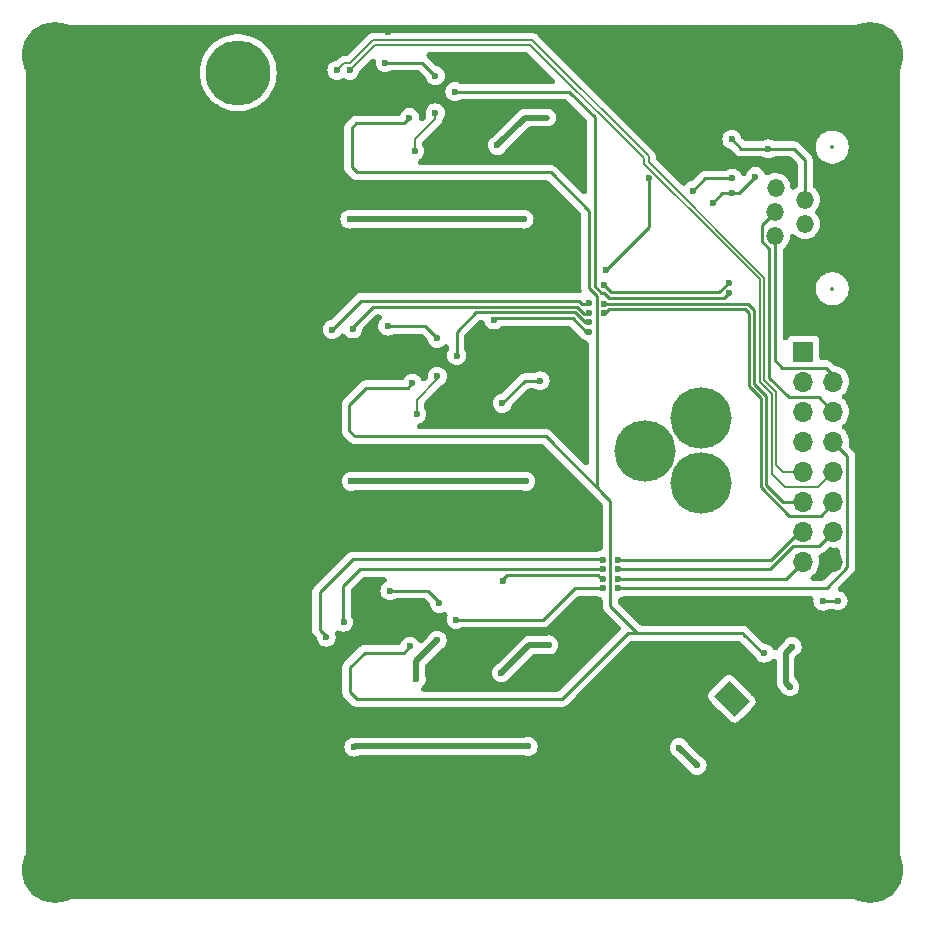
<source format=gbl>
%TF.GenerationSoftware,KiCad,Pcbnew,8.0.1*%
%TF.CreationDate,2024-09-08T16:29:11+01:00*%
%TF.ProjectId,BaselineRP2040MotorController,42617365-6c69-46e6-9552-50323034304d,rev?*%
%TF.SameCoordinates,Original*%
%TF.FileFunction,Copper,L2,Bot*%
%TF.FilePolarity,Positive*%
%FSLAX46Y46*%
G04 Gerber Fmt 4.6, Leading zero omitted, Abs format (unit mm)*
G04 Created by KiCad (PCBNEW 8.0.1) date 2024-09-08 16:29:11*
%MOMM*%
%LPD*%
G01*
G04 APERTURE LIST*
G04 Aperture macros list*
%AMRotRect*
0 Rectangle, with rotation*
0 The origin of the aperture is its center*
0 $1 length*
0 $2 width*
0 $3 Rotation angle, in degrees counterclockwise*
0 Add horizontal line*
21,1,$1,$2,0,0,$3*%
G04 Aperture macros list end*
%TA.AperFunction,HeatsinkPad*%
%ADD10C,0.500000*%
%TD*%
%TA.AperFunction,HeatsinkPad*%
%ADD11RotRect,1.800000X2.500000X45.000000*%
%TD*%
%TA.AperFunction,ComponentPad*%
%ADD12C,5.500000*%
%TD*%
%TA.AperFunction,ComponentPad*%
%ADD13C,3.600000*%
%TD*%
%TA.AperFunction,ConnectorPad*%
%ADD14C,5.600000*%
%TD*%
%TA.AperFunction,ComponentPad*%
%ADD15R,1.700000X1.700000*%
%TD*%
%TA.AperFunction,ComponentPad*%
%ADD16O,1.700000X1.700000*%
%TD*%
%TA.AperFunction,ComponentPad*%
%ADD17O,1.500000X1.500000*%
%TD*%
%TA.AperFunction,ComponentPad*%
%ADD18C,5.200000*%
%TD*%
%TA.AperFunction,ViaPad*%
%ADD19C,0.600000*%
%TD*%
%TA.AperFunction,ViaPad*%
%ADD20C,0.300000*%
%TD*%
%TA.AperFunction,Conductor*%
%ADD21C,0.275000*%
%TD*%
%TA.AperFunction,Conductor*%
%ADD22C,0.200000*%
%TD*%
%TA.AperFunction,Conductor*%
%ADD23C,0.500000*%
%TD*%
%ADD24C,0.300000*%
%ADD25C,0.100000*%
%ADD26C,0.200000*%
%ADD27C,0.350000*%
G04 APERTURE END LIST*
D10*
%TO.P,U13,9,ILIM*%
%TO.N,Net-(R56-Pad1)*%
X170516545Y-87355028D03*
X171223653Y-88062136D03*
X171930760Y-88769242D03*
D11*
X171683273Y-87602514D03*
D10*
X171435786Y-86435786D03*
X172142893Y-87142892D03*
X172850001Y-87850000D03*
%TD*%
D12*
%TO.P,J4,1,Pin_1*%
%TO.N,GND*%
X122700000Y-34600000D03*
%TO.P,J4,2,Pin_2*%
%TO.N,VMOT_PWR*%
X129900000Y-34600000D03*
%TD*%
D13*
%TO.P,H2,1,1*%
%TO.N,GND*%
X183400000Y-102100000D03*
D14*
X183400000Y-102100000D03*
%TD*%
D15*
%TO.P,J5,1,Pin_1*%
%TO.N,+12V*%
X177750001Y-58225002D03*
D16*
%TO.P,J5,2,Pin_2*%
%TO.N,GND*%
X180290001Y-58225002D03*
%TO.P,J5,3,Pin_3*%
%TO.N,/Encoder CS*%
X177750001Y-60765002D03*
%TO.P,J5,4,Pin_4*%
%TO.N,/Encoder SCK*%
X180289999Y-60764999D03*
%TO.P,J5,5,Pin_5*%
%TO.N,/CurrentSense3*%
X177750006Y-63305001D03*
%TO.P,J5,6,Pin_6*%
%TO.N,/Encoder RX*%
X180290002Y-63304999D03*
%TO.P,J5,7,Pin_7*%
%TO.N,/CurrentSense1*%
X177750001Y-65845002D03*
%TO.P,J5,8,Pin_8*%
%TO.N,/CurrentSense2*%
X180290002Y-65845002D03*
%TO.P,J5,9,Pin_9*%
%TO.N,/PWM H V*%
X177750000Y-68385002D03*
%TO.P,J5,10,Pin_10*%
%TO.N,/PWM L V*%
X180290003Y-68385004D03*
%TO.P,J5,11,Pin_11*%
%TO.N,/PWM H X*%
X177750006Y-70925002D03*
%TO.P,J5,12,Pin_12*%
%TO.N,/PWM L X*%
X180290001Y-70925002D03*
%TO.P,J5,13,Pin_13*%
%TO.N,/PWM H U*%
X177750001Y-73465002D03*
%TO.P,J5,14,Pin_14*%
%TO.N,/PWM L U*%
X180290003Y-73465003D03*
%TO.P,J5,15,Pin_15*%
%TO.N,+3V3*%
X177750003Y-76005005D03*
%TO.P,J5,16,Pin_16*%
%TO.N,GND*%
X180290004Y-76005002D03*
%TD*%
D13*
%TO.P,H4,1,1*%
%TO.N,GND*%
X114400000Y-33100000D03*
D14*
X114400000Y-33100000D03*
%TD*%
D13*
%TO.P,H3,1,1*%
%TO.N,GND*%
X183400000Y-33100000D03*
D14*
X183400000Y-33100000D03*
%TD*%
D17*
%TO.P,J2,1,Pin_1*%
%TO.N,/Hall Effect Encoders/TH_MOTOR1*%
X175400001Y-44350000D03*
%TO.P,J2,2,Pin_2*%
%TO.N,+3V3*%
X177900000Y-45370001D03*
%TO.P,J2,3,Pin_3*%
%TO.N,/Encoder RX*%
X175359998Y-46390000D03*
%TO.P,J2,4,Pin_4*%
%TO.N,/Encoder CS*%
X177900001Y-47409998D03*
%TO.P,J2,5,Pin_5*%
%TO.N,/Encoder SCK*%
X175360000Y-48430000D03*
%TO.P,J2,6,Pin_6*%
%TO.N,GND*%
X177900001Y-49450001D03*
%TD*%
D18*
%TO.P,J3,1,Pin_1*%
%TO.N,/BLDC Power Control/Motor Phase U/A_N*%
X169099999Y-69350000D03*
%TO.P,J3,2,Pin_2*%
%TO.N,/BLDC Power Control/Motor Phase V/A_N*%
X169100001Y-63850000D03*
%TO.P,J3,3,Pin_3*%
%TO.N,/BLDC Power Control/Motor Phase X/A_N*%
X164340000Y-66600000D03*
%TD*%
D13*
%TO.P,H1,1,1*%
%TO.N,GND*%
X114400000Y-102100000D03*
D14*
X114400000Y-102100000D03*
%TD*%
D19*
%TO.N,+3V3*%
X160762500Y-77450003D03*
X179412500Y-79350000D03*
X152325000Y-77650000D03*
X151550000Y-55537500D03*
X180687500Y-79325781D03*
X171700000Y-40250000D03*
X162037500Y-77450003D03*
X164642892Y-43557108D03*
X174800000Y-41050000D03*
X161075000Y-51275000D03*
X159613066Y-56542458D03*
%TO.N,GND*%
X158352623Y-95452623D03*
X137900000Y-57450000D03*
X158400000Y-73100000D03*
X158202623Y-50802623D03*
X157600000Y-73100000D03*
X158250000Y-49550000D03*
X158400000Y-94200000D03*
X158202623Y-52102623D03*
X157552623Y-96752623D03*
X142600000Y-31200000D03*
X157600000Y-94200000D03*
X158447377Y-71847377D03*
X157552623Y-95452623D03*
X148350000Y-83150000D03*
X157402623Y-50802623D03*
X157450000Y-49550000D03*
X148100000Y-38500000D03*
X157647377Y-71847377D03*
X139500000Y-35500000D03*
X174900002Y-35550002D03*
X158400000Y-74400000D03*
X158352623Y-96752623D03*
X157600000Y-74400000D03*
X139550000Y-57450000D03*
X140200000Y-78450000D03*
X148300000Y-60775000D03*
X137850000Y-35450000D03*
X157402623Y-52102623D03*
%TO.N,/CurrentSense3*%
X171425781Y-52374219D03*
X160907092Y-52580592D03*
X148400000Y-58550000D03*
X159612363Y-55742456D03*
%TO.N,/PWM H U*%
X137350000Y-82400000D03*
X160762500Y-75850000D03*
X162037500Y-75850000D03*
%TO.N,/PWM L U*%
X138817561Y-81117845D03*
X162037500Y-76650000D03*
X160762500Y-76650000D03*
%TO.N,/PWM H V*%
X138250000Y-34400000D03*
%TO.N,/Encoder RX*%
X168400000Y-44600000D03*
X171750000Y-43550000D03*
%TO.N,+12V*%
X144450000Y-83150000D03*
X174450000Y-83750000D03*
X144400000Y-38400000D03*
X144650000Y-60900000D03*
%TO.N,/BLDC Power Control/Motor Phase U/A_P*%
X152190466Y-85413180D03*
X156195223Y-83055622D03*
%TO.N,Net-(U5-VB)*%
X144976337Y-85920183D03*
X146740466Y-82663180D03*
%TO.N,/BLDC Power Control/Motor Phase V/A_P*%
X151850000Y-40750000D03*
D20*
X156075000Y-38405002D03*
D19*
%TO.N,Net-(U7-VB)*%
X144850000Y-41250000D03*
X146599999Y-38000000D03*
%TO.N,/BLDC Power Control/Motor Phase X/A_P*%
X155462504Y-60700004D03*
X152262504Y-62600004D03*
%TO.N,Net-(U9-VB)*%
X146762504Y-60300004D03*
X145012504Y-63500004D03*
%TO.N,Net-(D2-K)*%
X142740466Y-78463180D03*
X146940466Y-79528612D03*
%TO.N,Net-(D6-K)*%
X142350000Y-33750000D03*
X146595908Y-34861340D03*
%TO.N,Net-(D10-K)*%
X146762504Y-57100004D03*
X142562504Y-56050004D03*
%TO.N,/Power Filtering/SW*%
X167250000Y-91750000D03*
X168750000Y-93250000D03*
%TO.N,/Encoder SCK*%
X173700000Y-43400000D03*
X171700000Y-44800000D03*
X170100000Y-45600000D03*
%TO.N,/CurrentSense1*%
X148250000Y-36200000D03*
X171425000Y-53275000D03*
%TO.N,/CurrentSense2*%
X162037500Y-78250006D03*
X148350000Y-80900000D03*
X160762500Y-78250006D03*
%TO.N,/Power Filtering/FB*%
X176600000Y-86600000D03*
X176800000Y-83200005D03*
%TO.N,/PWM L V*%
X139350000Y-34400000D03*
%TO.N,Net-(AL1-G)*%
X139700000Y-91700000D03*
X154450000Y-91650000D03*
%TO.N,Net-(AL2-G)*%
X139350000Y-47000000D03*
X154100000Y-47000000D03*
%TO.N,Net-(AL3-G)*%
X139462504Y-69200004D03*
X154262504Y-69200004D03*
%TO.N,/PWM H X*%
X160887500Y-54149991D03*
X159612498Y-54142452D03*
X137850000Y-56350000D03*
%TO.N,/PWM L X*%
X159612536Y-54942454D03*
X160887500Y-54949994D03*
X139600000Y-56300000D03*
%TD*%
D21*
%TO.N,+3V3*%
X164642892Y-47707108D02*
X164642892Y-43557108D01*
X161075000Y-51275000D02*
X164642892Y-47707108D01*
%TO.N,/CurrentSense3*%
X171424219Y-52374219D02*
X171425781Y-52374219D01*
X170623438Y-53175000D02*
X171424219Y-52374219D01*
X161501500Y-53175000D02*
X170623438Y-53175000D01*
X160907092Y-52580592D02*
X161501500Y-53175000D01*
%TO.N,+12V*%
X160250000Y-53496752D02*
X160250000Y-69700000D01*
X160250000Y-69700000D02*
X161400000Y-70850000D01*
X159600000Y-52846752D02*
X160250000Y-53496752D01*
X156350000Y-43050000D02*
X159600000Y-46300000D01*
X159600000Y-46300000D02*
X159600000Y-52846752D01*
X139950000Y-43050000D02*
X156350000Y-43050000D01*
X139900000Y-38900000D02*
X139500000Y-39300000D01*
X143900000Y-38900000D02*
X139900000Y-38900000D01*
X139500000Y-42600000D02*
X139950000Y-43050000D01*
X139500000Y-39300000D02*
X139500000Y-42600000D01*
X144400000Y-38400000D02*
X143900000Y-38900000D01*
%TO.N,+3V3*%
X174800000Y-41050000D02*
X176950000Y-41050000D01*
X158209744Y-55375000D02*
X151712500Y-55375000D01*
X172500000Y-41050000D02*
X174800000Y-41050000D01*
X160335938Y-77125000D02*
X152700000Y-77125000D01*
X152325000Y-77500000D02*
X152325000Y-77650000D01*
X176950000Y-41050000D02*
X177900000Y-42000000D01*
X180687500Y-79325781D02*
X180663281Y-79350000D01*
X160762500Y-77450003D02*
X160660941Y-77450003D01*
X162037500Y-77450003D02*
X176305005Y-77450003D01*
X151712500Y-55375000D02*
X151550000Y-55537500D01*
X180663281Y-79350000D02*
X179412500Y-79350000D01*
X152700000Y-77125000D02*
X152325000Y-77500000D01*
X160660941Y-77450003D02*
X160335938Y-77125000D01*
X159377202Y-56542458D02*
X158209744Y-55375000D01*
X171700000Y-40250000D02*
X172500000Y-41050000D01*
X159613066Y-56542458D02*
X159377202Y-56542458D01*
X176305005Y-77450003D02*
X177750003Y-76005005D01*
X177900000Y-42000000D02*
X177900000Y-45370001D01*
%TO.N,/CurrentSense3*%
X150050000Y-54900000D02*
X148400000Y-56550000D01*
X148400000Y-56550000D02*
X148400000Y-58550000D01*
X159248952Y-55742456D02*
X158406496Y-54900000D01*
X158406496Y-54900000D02*
X150050000Y-54900000D01*
X159612363Y-55742456D02*
X159248952Y-55742456D01*
%TO.N,/PWM H U*%
X162037500Y-75850000D02*
X175028248Y-75850000D01*
X139600000Y-75800000D02*
X136800000Y-78600000D01*
X136800000Y-81750000D02*
X137350000Y-82300000D01*
X160712500Y-75800000D02*
X139600000Y-75800000D01*
X160762500Y-75850000D02*
X160712500Y-75800000D01*
X175028248Y-75850000D02*
X177413246Y-73465002D01*
X177413246Y-73465002D02*
X177750001Y-73465002D01*
X137350000Y-82300000D02*
X137350000Y-82400000D01*
X136800000Y-78600000D02*
X136800000Y-81750000D01*
%TO.N,/PWM L U*%
X138800000Y-78050000D02*
X138800000Y-81100284D01*
X160762500Y-76650000D02*
X140200000Y-76650000D01*
X174900000Y-76650000D02*
X176897498Y-74652502D01*
X138800000Y-81100284D02*
X138817561Y-81117845D01*
X162037500Y-76650000D02*
X174900000Y-76650000D01*
X179102504Y-74652502D02*
X180290003Y-73465003D01*
X140200000Y-76650000D02*
X138800000Y-78050000D01*
X176897498Y-74652502D02*
X179102504Y-74652502D01*
D22*
%TO.N,/PWM H V*%
X175462500Y-67812500D02*
X176035002Y-68385002D01*
X138250000Y-34400000D02*
X138850000Y-33800000D01*
X176035002Y-68385002D02*
X177750000Y-68385002D01*
X141334314Y-31850000D02*
X154801471Y-31850000D01*
X174447500Y-51947500D02*
X174447501Y-60616219D01*
X164650000Y-42150000D02*
X174447500Y-51947500D01*
X138850000Y-33800000D02*
X139384314Y-33800000D01*
X154801471Y-31850000D02*
X164650000Y-41698529D01*
X164650000Y-41698529D02*
X164650000Y-42150000D01*
X175462500Y-61631218D02*
X175462500Y-67812500D01*
X174447501Y-60616219D02*
X175462500Y-61631218D01*
X139384314Y-33800000D02*
X141334314Y-31850000D01*
D21*
%TO.N,/Encoder RX*%
X175359998Y-46390000D02*
X174810000Y-46390000D01*
X179085003Y-62100000D02*
X180290002Y-63304999D01*
X174885000Y-60435000D02*
X176550000Y-62100000D01*
X176550000Y-62100000D02*
X179085003Y-62100000D01*
X174272500Y-47507500D02*
X174272500Y-48880458D01*
X174810000Y-46390000D02*
X175100000Y-46680000D01*
X175100000Y-46680000D02*
X174272500Y-47507500D01*
X168400000Y-44600000D02*
X169450000Y-43550000D01*
X169450000Y-43550000D02*
X171750000Y-43550000D01*
X174885000Y-49492958D02*
X174885000Y-60435000D01*
X174272500Y-48880458D02*
X174885000Y-49492958D01*
%TO.N,+12V*%
X144650000Y-60900000D02*
X144250000Y-61300000D01*
X144450000Y-83150000D02*
X143900000Y-83700000D01*
X139350000Y-87050000D02*
X139950000Y-87650000D01*
X163700000Y-82050000D02*
X172600000Y-82050000D01*
X174300000Y-83750000D02*
X174450000Y-83750000D01*
X139300000Y-64900000D02*
X139800000Y-65400000D01*
X155950000Y-65400000D02*
X161400000Y-70850000D01*
X139950000Y-87650000D02*
X157300000Y-87650000D01*
X157300000Y-87650000D02*
X162900000Y-82050000D01*
X172650000Y-82100000D02*
X174300000Y-83750000D01*
X139800000Y-65400000D02*
X155950000Y-65400000D01*
X172600000Y-82050000D02*
X172650000Y-82100000D01*
X161400000Y-70850000D02*
X161400000Y-79750000D01*
X139350000Y-84950000D02*
X139350000Y-87050000D01*
X144250000Y-61300000D02*
X140700000Y-61300000D01*
X140700000Y-61300000D02*
X139300000Y-62700000D01*
X140600000Y-83700000D02*
X139350000Y-84950000D01*
X161400000Y-79750000D02*
X163700000Y-82050000D01*
X139300000Y-62700000D02*
X139300000Y-64900000D01*
X143900000Y-83700000D02*
X140600000Y-83700000D01*
X162900000Y-82050000D02*
X172600000Y-82050000D01*
D23*
%TO.N,/BLDC Power Control/Motor Phase U/A_P*%
X154548024Y-83055622D02*
X152190466Y-85413180D01*
X156195223Y-83055622D02*
X154548024Y-83055622D01*
%TO.N,Net-(U5-VB)*%
X144976337Y-85920183D02*
X144976337Y-84427309D01*
X144976337Y-84427309D02*
X146740466Y-82663180D01*
%TO.N,/BLDC Power Control/Motor Phase V/A_P*%
X156075000Y-38405002D02*
X154194998Y-38405002D01*
X154194998Y-38405002D02*
X151850000Y-40750000D01*
D22*
%TO.N,Net-(U7-VB)*%
X144850000Y-41250000D02*
X144850000Y-40250000D01*
X144850000Y-40250000D02*
X146599999Y-38500001D01*
X146599999Y-38500001D02*
X146599999Y-38000000D01*
D21*
%TO.N,/BLDC Power Control/Motor Phase X/A_P*%
X155462504Y-60700004D02*
X154162504Y-60700004D01*
X154162504Y-60700004D02*
X152262504Y-62600004D01*
D22*
%TO.N,Net-(U9-VB)*%
X145012504Y-62300004D02*
X146762504Y-60550004D01*
X145012504Y-63500004D02*
X145012504Y-62300004D01*
X146762504Y-60550004D02*
X146762504Y-60300004D01*
D21*
%TO.N,Net-(D2-K)*%
X142740466Y-78463180D02*
X145990466Y-78463180D01*
X145990466Y-78463180D02*
X146940466Y-79413180D01*
X146940466Y-79413180D02*
X146940466Y-79528612D01*
%TO.N,Net-(D6-K)*%
X146595908Y-34861340D02*
X145484568Y-33750000D01*
X145484568Y-33750000D02*
X142350000Y-33750000D01*
%TO.N,Net-(D10-K)*%
X142562504Y-56050004D02*
X145712504Y-56050004D01*
X145712504Y-56050004D02*
X146762504Y-57100004D01*
D23*
%TO.N,/Power Filtering/SW*%
X167250000Y-91750000D02*
X168750000Y-93250000D01*
D21*
%TO.N,/Encoder SCK*%
X180289999Y-60239999D02*
X180289999Y-60764999D01*
X179627502Y-59577502D02*
X180289999Y-60239999D01*
X170900000Y-44800000D02*
X171700000Y-44800000D01*
X172300000Y-44800000D02*
X173700000Y-43400000D01*
X175977502Y-59577502D02*
X179627502Y-59577502D01*
X175360000Y-58960000D02*
X175977502Y-59577502D01*
X170100000Y-45600000D02*
X170900000Y-44800000D01*
X175360000Y-48430000D02*
X175360000Y-58960000D01*
X171700000Y-44800000D02*
X172300000Y-44800000D01*
%TO.N,/CurrentSense1*%
X160641820Y-53216820D02*
X160075000Y-52650000D01*
X171425000Y-53275000D02*
X171050000Y-53650000D01*
X160075000Y-52650000D02*
X160075000Y-38375000D01*
X161300000Y-53650000D02*
X160866820Y-53216820D01*
X171050000Y-53650000D02*
X161300000Y-53650000D01*
X157900000Y-36200000D02*
X148250000Y-36200000D01*
X160075000Y-38375000D02*
X157900000Y-36200000D01*
X160866820Y-53216820D02*
X160641820Y-53216820D01*
%TO.N,/CurrentSense2*%
X158399994Y-78250006D02*
X155750000Y-80900000D01*
X155750000Y-80900000D02*
X148350000Y-80900000D01*
X181477503Y-76496882D02*
X181477503Y-67032503D01*
X162037500Y-78250006D02*
X179724379Y-78250006D01*
X160762500Y-78250006D02*
X158399994Y-78250006D01*
X179724379Y-78250006D02*
X181477503Y-76496882D01*
X181477503Y-67032503D02*
X180290002Y-65845002D01*
D23*
%TO.N,/Power Filtering/FB*%
X176800000Y-83200005D02*
X176250000Y-83750005D01*
X176250000Y-86250000D02*
X176600000Y-86600000D01*
X176250000Y-83750005D02*
X176250000Y-86250000D01*
D22*
%TO.N,/PWM L V*%
X176200000Y-69700000D02*
X178975007Y-69700000D01*
X178975007Y-69700000D02*
X180290003Y-68385004D01*
X164250000Y-42315686D02*
X170571814Y-48637501D01*
X154635785Y-32250000D02*
X164250000Y-41864215D01*
X174047500Y-52113186D02*
X174047501Y-60781905D01*
X175062500Y-68562500D02*
X176200000Y-69700000D01*
X141500000Y-32250000D02*
X154635785Y-32250000D01*
X174047501Y-60781905D02*
X175062500Y-61796904D01*
X139350000Y-34400000D02*
X141500000Y-32250000D01*
X164250000Y-41864215D02*
X164250000Y-42315686D01*
X175062500Y-61796904D02*
X175062500Y-68562500D01*
X170571815Y-48637501D02*
X174047500Y-52113186D01*
D23*
%TO.N,Net-(AL1-G)*%
X139750000Y-91650000D02*
X139700000Y-91700000D01*
X154450000Y-91650000D02*
X139750000Y-91650000D01*
%TO.N,Net-(AL2-G)*%
X139350000Y-47000000D02*
X154100000Y-47000000D01*
%TO.N,Net-(AL3-G)*%
X139462504Y-69200004D02*
X154262504Y-69200004D01*
D21*
%TO.N,/PWM H X*%
X160887500Y-54149991D02*
X160887509Y-54150000D01*
X176046754Y-70925002D02*
X177750006Y-70925002D01*
X173100000Y-54150000D02*
X173610002Y-54660002D01*
X159612498Y-54142452D02*
X159604950Y-54150000D01*
X174625000Y-61978122D02*
X174625000Y-69503248D01*
X159604950Y-54150000D02*
X159000000Y-54150000D01*
X173610002Y-60963124D02*
X174625000Y-61978122D01*
X158750000Y-53900000D02*
X140300000Y-53900000D01*
X173610002Y-54660002D02*
X173610002Y-60963124D01*
X140300000Y-53900000D02*
X137850000Y-56350000D01*
X160887509Y-54150000D02*
X173100000Y-54150000D01*
X174625000Y-69503248D02*
X176046754Y-70925002D01*
X159000000Y-54150000D02*
X158750000Y-53900000D01*
%TO.N,/PWM L X*%
X173135002Y-54935002D02*
X173135002Y-61159876D01*
X159612536Y-54942454D02*
X159554990Y-55000000D01*
X172825000Y-54625000D02*
X173135002Y-54935002D01*
X174150000Y-62174874D02*
X174150000Y-69700000D01*
X159178248Y-55000000D02*
X158603248Y-54425000D01*
X160887500Y-54949994D02*
X160989059Y-54949994D01*
X176562502Y-72112502D02*
X179237498Y-72112502D01*
X158603248Y-54425000D02*
X141325000Y-54425000D01*
X173135002Y-61159876D02*
X174150000Y-62174874D01*
X141325000Y-54425000D02*
X139600000Y-56150000D01*
X174150000Y-69700000D02*
X176562502Y-72112502D01*
X161314053Y-54625000D02*
X172825000Y-54625000D01*
X160989059Y-54949994D02*
X161314053Y-54625000D01*
X139600000Y-56150000D02*
X139600000Y-56300000D01*
X180290001Y-71059999D02*
X180290001Y-70925002D01*
X159554990Y-55000000D02*
X159178248Y-55000000D01*
X179237498Y-72112502D02*
X180290001Y-71059999D01*
%TD*%
%TA.AperFunction,Conductor*%
%TO.N,GND*%
G36*
X180037775Y-74795559D02*
G01*
X180054595Y-74800066D01*
X180078703Y-74802175D01*
X180289998Y-74820662D01*
X180290003Y-74820662D01*
X180290008Y-74820662D01*
X180469142Y-74804988D01*
X180525411Y-74800066D01*
X180526047Y-74799895D01*
X180526573Y-74799860D01*
X180536111Y-74798179D01*
X180536295Y-74799223D01*
X180622985Y-74793535D01*
X180714987Y-74824757D01*
X180788037Y-74888810D01*
X180831014Y-74975943D01*
X180839503Y-75040407D01*
X180839503Y-76129474D01*
X180820549Y-76224762D01*
X180766573Y-76305544D01*
X179533041Y-77539076D01*
X179452259Y-77593052D01*
X179356971Y-77612006D01*
X178599220Y-77612006D01*
X178503932Y-77593052D01*
X178423150Y-77539076D01*
X178369174Y-77458294D01*
X178350220Y-77363006D01*
X178369174Y-77267718D01*
X178423150Y-77186936D01*
X178456400Y-77159037D01*
X178621404Y-77043500D01*
X178788498Y-76876406D01*
X178924038Y-76682835D01*
X179023906Y-76468668D01*
X179085066Y-76240413D01*
X179085067Y-76240406D01*
X179105662Y-76005010D01*
X179105662Y-76004999D01*
X179085067Y-75769603D01*
X179085066Y-75769600D01*
X179085066Y-75769597D01*
X179036058Y-75586697D01*
X179029705Y-75489752D01*
X179060935Y-75397753D01*
X179124994Y-75324708D01*
X179212130Y-75281738D01*
X179227978Y-75278042D01*
X179288602Y-75265984D01*
X179404710Y-75217890D01*
X179509205Y-75148069D01*
X179797268Y-74860004D01*
X179878046Y-74806030D01*
X179973334Y-74787076D01*
X180037775Y-74795559D01*
G37*
%TD.AperFunction*%
%TA.AperFunction,Conductor*%
G36*
X183407505Y-30600954D02*
G01*
X183420011Y-30601710D01*
X183686261Y-30617815D01*
X183716088Y-30621437D01*
X183983363Y-30670417D01*
X184012546Y-30677610D01*
X184271956Y-30758446D01*
X184300059Y-30769103D01*
X184547845Y-30880623D01*
X184574464Y-30894594D01*
X184806989Y-31035161D01*
X184831734Y-31052241D01*
X185045616Y-31219806D01*
X185068123Y-31239745D01*
X185260254Y-31431876D01*
X185280193Y-31454383D01*
X185447758Y-31668265D01*
X185464838Y-31693010D01*
X185605405Y-31925535D01*
X185619379Y-31952160D01*
X185730893Y-32199934D01*
X185741555Y-32228049D01*
X185822387Y-32487448D01*
X185829583Y-32516642D01*
X185878560Y-32783899D01*
X185882185Y-32813749D01*
X185899046Y-33092494D01*
X185899500Y-33107528D01*
X185899500Y-102092471D01*
X185899046Y-102107505D01*
X185882185Y-102386250D01*
X185878560Y-102416100D01*
X185829583Y-102683357D01*
X185822387Y-102712551D01*
X185741555Y-102971950D01*
X185730893Y-103000065D01*
X185619379Y-103247839D01*
X185605405Y-103274464D01*
X185464838Y-103506989D01*
X185447758Y-103531734D01*
X185280193Y-103745616D01*
X185260254Y-103768123D01*
X185068123Y-103960254D01*
X185045616Y-103980193D01*
X184831734Y-104147758D01*
X184806989Y-104164838D01*
X184574464Y-104305405D01*
X184547839Y-104319379D01*
X184300065Y-104430893D01*
X184271950Y-104441555D01*
X184012551Y-104522387D01*
X183983357Y-104529583D01*
X183716100Y-104578560D01*
X183686250Y-104582185D01*
X183407506Y-104599046D01*
X183392472Y-104599500D01*
X114407528Y-104599500D01*
X114392494Y-104599046D01*
X114113749Y-104582185D01*
X114083899Y-104578560D01*
X113816642Y-104529583D01*
X113787448Y-104522387D01*
X113528049Y-104441555D01*
X113499934Y-104430893D01*
X113252160Y-104319379D01*
X113225535Y-104305405D01*
X112993010Y-104164838D01*
X112968265Y-104147758D01*
X112754383Y-103980193D01*
X112731876Y-103960254D01*
X112539745Y-103768123D01*
X112519806Y-103745616D01*
X112352241Y-103531734D01*
X112335161Y-103506989D01*
X112194594Y-103274464D01*
X112180620Y-103247839D01*
X112069106Y-103000065D01*
X112058444Y-102971950D01*
X111977612Y-102712551D01*
X111970416Y-102683357D01*
X111957752Y-102614250D01*
X111921437Y-102416088D01*
X111917815Y-102386261D01*
X111900954Y-102107504D01*
X111900500Y-102092471D01*
X111900500Y-33107528D01*
X111900954Y-33092495D01*
X111908688Y-32964632D01*
X111917815Y-32813736D01*
X111921437Y-32783913D01*
X111970418Y-32516632D01*
X111977609Y-32487457D01*
X112058448Y-32228037D01*
X112069101Y-32199945D01*
X112180626Y-31952147D01*
X112194589Y-31925543D01*
X112335161Y-31693010D01*
X112352241Y-31668265D01*
X112519813Y-31454374D01*
X112539737Y-31431884D01*
X112731884Y-31239737D01*
X112754374Y-31219813D01*
X112968268Y-31052238D01*
X112993010Y-31035161D01*
X113030926Y-31012240D01*
X113225543Y-30894589D01*
X113252147Y-30880626D01*
X113320195Y-30850000D01*
X119400000Y-30850000D01*
X119400000Y-97600000D01*
X159150000Y-97600000D01*
X159150000Y-92100000D01*
X155112655Y-92100000D01*
X155112955Y-92099522D01*
X155175785Y-91999529D01*
X155175785Y-91999527D01*
X155175789Y-91999522D01*
X155235368Y-91829255D01*
X155240875Y-91780371D01*
X155244297Y-91750003D01*
X166444435Y-91750003D01*
X166464630Y-91929245D01*
X166464631Y-91929251D01*
X166464632Y-91929255D01*
X166524211Y-92099522D01*
X166524212Y-92099523D01*
X166524214Y-92099529D01*
X166620180Y-92252257D01*
X166620182Y-92252259D01*
X166620184Y-92252262D01*
X166747738Y-92379816D01*
X166747740Y-92379817D01*
X166747742Y-92379819D01*
X166912318Y-92483229D01*
X166910787Y-92485665D01*
X166957287Y-92518655D01*
X167981342Y-93542709D01*
X168014343Y-93589208D01*
X168016771Y-93587683D01*
X168120180Y-93752257D01*
X168120182Y-93752259D01*
X168120184Y-93752262D01*
X168247738Y-93879816D01*
X168247740Y-93879817D01*
X168247742Y-93879819D01*
X168400470Y-93975785D01*
X168400473Y-93975786D01*
X168400478Y-93975789D01*
X168570745Y-94035368D01*
X168570754Y-94035369D01*
X168749996Y-94055565D01*
X168750000Y-94055565D01*
X168750004Y-94055565D01*
X168889908Y-94039801D01*
X168929255Y-94035368D01*
X169099522Y-93975789D01*
X169099527Y-93975785D01*
X169099529Y-93975785D01*
X169252257Y-93879819D01*
X169252256Y-93879819D01*
X169252262Y-93879816D01*
X169379816Y-93752262D01*
X169475789Y-93599522D01*
X169535368Y-93429255D01*
X169555565Y-93250000D01*
X169535368Y-93070745D01*
X169475789Y-92900478D01*
X169475786Y-92900473D01*
X169475785Y-92900470D01*
X169379819Y-92747742D01*
X169379817Y-92747740D01*
X169379816Y-92747738D01*
X169252262Y-92620184D01*
X169252259Y-92620182D01*
X169252257Y-92620180D01*
X169087683Y-92516771D01*
X169089208Y-92514343D01*
X169042709Y-92481342D01*
X168018655Y-91457287D01*
X167985665Y-91410787D01*
X167983229Y-91412318D01*
X167879819Y-91247742D01*
X167879817Y-91247740D01*
X167879816Y-91247738D01*
X167752262Y-91120184D01*
X167752259Y-91120182D01*
X167752257Y-91120180D01*
X167599529Y-91024214D01*
X167599524Y-91024212D01*
X167599522Y-91024211D01*
X167429255Y-90964632D01*
X167429251Y-90964631D01*
X167429245Y-90964630D01*
X167250004Y-90944435D01*
X167249996Y-90944435D01*
X167070754Y-90964630D01*
X167070746Y-90964631D01*
X167070745Y-90964632D01*
X166900478Y-91024211D01*
X166900476Y-91024211D01*
X166900476Y-91024212D01*
X166900470Y-91024214D01*
X166747742Y-91120180D01*
X166620180Y-91247742D01*
X166524214Y-91400470D01*
X166524211Y-91400476D01*
X166524211Y-91400478D01*
X166482128Y-91520746D01*
X166464632Y-91570746D01*
X166464630Y-91570754D01*
X166444435Y-91749996D01*
X166444435Y-91750003D01*
X155244297Y-91750003D01*
X155255565Y-91650003D01*
X155255565Y-91649996D01*
X155235369Y-91470754D01*
X155235368Y-91470745D01*
X155175789Y-91300478D01*
X155175786Y-91300473D01*
X155175785Y-91300470D01*
X155079819Y-91147742D01*
X155079817Y-91147740D01*
X155079816Y-91147738D01*
X154952262Y-91020184D01*
X154952259Y-91020182D01*
X154952257Y-91020180D01*
X154799529Y-90924214D01*
X154799524Y-90924212D01*
X154799522Y-90924211D01*
X154629255Y-90864632D01*
X154629251Y-90864631D01*
X154629245Y-90864630D01*
X154450004Y-90844435D01*
X154449996Y-90844435D01*
X154270754Y-90864630D01*
X154270740Y-90864633D01*
X154211029Y-90885527D01*
X154128791Y-90899500D01*
X139758935Y-90899500D01*
X139731055Y-90897934D01*
X139700001Y-90894435D01*
X139699996Y-90894435D01*
X139520754Y-90914630D01*
X139520746Y-90914631D01*
X139520745Y-90914632D01*
X139350478Y-90974211D01*
X139350476Y-90974211D01*
X139350476Y-90974212D01*
X139350470Y-90974214D01*
X139197742Y-91070180D01*
X139070180Y-91197742D01*
X138974214Y-91350470D01*
X138974211Y-91350476D01*
X138974211Y-91350478D01*
X138932128Y-91470746D01*
X138914632Y-91520746D01*
X138914630Y-91520754D01*
X138894435Y-91699996D01*
X138894435Y-91700003D01*
X138914630Y-91879245D01*
X138914631Y-91879251D01*
X138914632Y-91879255D01*
X138974211Y-92049522D01*
X138974212Y-92049523D01*
X138974214Y-92049529D01*
X139005927Y-92100000D01*
X124900000Y-92100000D01*
X124900000Y-81812842D01*
X136162000Y-81812842D01*
X136186516Y-81936094D01*
X136186517Y-81936097D01*
X136234609Y-82052201D01*
X136234612Y-82052206D01*
X136293994Y-82141079D01*
X136304433Y-82156701D01*
X136482409Y-82334677D01*
X136536383Y-82415456D01*
X136553771Y-82482865D01*
X136564630Y-82579245D01*
X136564631Y-82579251D01*
X136564632Y-82579255D01*
X136624211Y-82749522D01*
X136624212Y-82749523D01*
X136624214Y-82749529D01*
X136720180Y-82902257D01*
X136720182Y-82902259D01*
X136720184Y-82902262D01*
X136847738Y-83029816D01*
X136847740Y-83029817D01*
X136847742Y-83029819D01*
X137000470Y-83125785D01*
X137000473Y-83125786D01*
X137000478Y-83125789D01*
X137170745Y-83185368D01*
X137170754Y-83185369D01*
X137349996Y-83205565D01*
X137350000Y-83205565D01*
X137350004Y-83205565D01*
X137489908Y-83189801D01*
X137529255Y-83185368D01*
X137699522Y-83125789D01*
X137699527Y-83125785D01*
X137699529Y-83125785D01*
X137852257Y-83029819D01*
X137852256Y-83029819D01*
X137852262Y-83029816D01*
X137979816Y-82902262D01*
X138043771Y-82800478D01*
X138075785Y-82749529D01*
X138075785Y-82749527D01*
X138075789Y-82749522D01*
X138135368Y-82579255D01*
X138146109Y-82483925D01*
X138155565Y-82400003D01*
X138155565Y-82399996D01*
X138135369Y-82220754D01*
X138135368Y-82220745D01*
X138107490Y-82141075D01*
X138093909Y-82044878D01*
X138118175Y-81950803D01*
X138176595Y-81873174D01*
X138260276Y-81823812D01*
X138356477Y-81810230D01*
X138450552Y-81834496D01*
X138460631Y-81840066D01*
X138468031Y-81843629D01*
X138468039Y-81843634D01*
X138638306Y-81903213D01*
X138638315Y-81903214D01*
X138817557Y-81923410D01*
X138817561Y-81923410D01*
X138817565Y-81923410D01*
X138957469Y-81907646D01*
X138996816Y-81903213D01*
X139167083Y-81843634D01*
X139167088Y-81843630D01*
X139167090Y-81843630D01*
X139319818Y-81747664D01*
X139319817Y-81747664D01*
X139319823Y-81747661D01*
X139447377Y-81620107D01*
X139480719Y-81567043D01*
X139543346Y-81467374D01*
X139543346Y-81467372D01*
X139543350Y-81467367D01*
X139602929Y-81297100D01*
X139623126Y-81117845D01*
X139602929Y-80938590D01*
X139543350Y-80768323D01*
X139476164Y-80661398D01*
X139441518Y-80570632D01*
X139438000Y-80528923D01*
X139438000Y-78417408D01*
X139456954Y-78322120D01*
X139510930Y-78241338D01*
X140391338Y-77360930D01*
X140472120Y-77306954D01*
X140567408Y-77288000D01*
X142241847Y-77288000D01*
X142337135Y-77306954D01*
X142417917Y-77360930D01*
X142471893Y-77441712D01*
X142490847Y-77537000D01*
X142471893Y-77632288D01*
X142417917Y-77713070D01*
X142374323Y-77747834D01*
X142238208Y-77833360D01*
X142110646Y-77960922D01*
X142014680Y-78113650D01*
X142014677Y-78113656D01*
X142014677Y-78113658D01*
X141986810Y-78193299D01*
X141955098Y-78283926D01*
X141955096Y-78283934D01*
X141934901Y-78463176D01*
X141934901Y-78463183D01*
X141955096Y-78642425D01*
X141955097Y-78642431D01*
X141955098Y-78642435D01*
X142014677Y-78812702D01*
X142014678Y-78812703D01*
X142014680Y-78812709D01*
X142110646Y-78965437D01*
X142110648Y-78965439D01*
X142110650Y-78965442D01*
X142238204Y-79092996D01*
X142238206Y-79092997D01*
X142238208Y-79092999D01*
X142390936Y-79188965D01*
X142390939Y-79188966D01*
X142390944Y-79188969D01*
X142561211Y-79248548D01*
X142561220Y-79248549D01*
X142740462Y-79268745D01*
X142740466Y-79268745D01*
X142740470Y-79268745D01*
X142880374Y-79252981D01*
X142919721Y-79248548D01*
X143089988Y-79188969D01*
X143118991Y-79170745D01*
X143168963Y-79139346D01*
X143259730Y-79104698D01*
X143301439Y-79101180D01*
X145623058Y-79101180D01*
X145718346Y-79120134D01*
X145799128Y-79174110D01*
X146070913Y-79445895D01*
X146124889Y-79526677D01*
X146142277Y-79594085D01*
X146155096Y-79707858D01*
X146155097Y-79707863D01*
X146155098Y-79707867D01*
X146214677Y-79878134D01*
X146214678Y-79878135D01*
X146214680Y-79878141D01*
X146310646Y-80030869D01*
X146310648Y-80030871D01*
X146310650Y-80030874D01*
X146438204Y-80158428D01*
X146438206Y-80158429D01*
X146438208Y-80158431D01*
X146590936Y-80254397D01*
X146590939Y-80254398D01*
X146590944Y-80254401D01*
X146761211Y-80313980D01*
X146761220Y-80313981D01*
X146940462Y-80334177D01*
X146940466Y-80334177D01*
X146940470Y-80334177D01*
X147080374Y-80318413D01*
X147119721Y-80313980D01*
X147289988Y-80254401D01*
X147289992Y-80254397D01*
X147300861Y-80250595D01*
X147397062Y-80237014D01*
X147491137Y-80261280D01*
X147568765Y-80319701D01*
X147618128Y-80403382D01*
X147631709Y-80499583D01*
X147618128Y-80567861D01*
X147564632Y-80720743D01*
X147564630Y-80720754D01*
X147544435Y-80899996D01*
X147544435Y-80900003D01*
X147564630Y-81079245D01*
X147564631Y-81079251D01*
X147564632Y-81079255D01*
X147624211Y-81249522D01*
X147624212Y-81249523D01*
X147624214Y-81249529D01*
X147720180Y-81402257D01*
X147720182Y-81402259D01*
X147720184Y-81402262D01*
X147847738Y-81529816D01*
X147847740Y-81529817D01*
X147847742Y-81529819D01*
X148000470Y-81625785D01*
X148000473Y-81625786D01*
X148000478Y-81625789D01*
X148170745Y-81685368D01*
X148170754Y-81685369D01*
X148349996Y-81705565D01*
X148350000Y-81705565D01*
X148350004Y-81705565D01*
X148489908Y-81689801D01*
X148529255Y-81685368D01*
X148699522Y-81625789D01*
X148748987Y-81594708D01*
X148778497Y-81576166D01*
X148869264Y-81541518D01*
X148910973Y-81538000D01*
X155812838Y-81538000D01*
X155874468Y-81525741D01*
X155936094Y-81513483D01*
X155936095Y-81513482D01*
X155936098Y-81513482D01*
X156052206Y-81465388D01*
X156156701Y-81395567D01*
X158591332Y-78960936D01*
X158672114Y-78906960D01*
X158767402Y-78888006D01*
X160201527Y-78888006D01*
X160296815Y-78906960D01*
X160334003Y-78926172D01*
X160412971Y-78975791D01*
X160412972Y-78975791D01*
X160412978Y-78975795D01*
X160583245Y-79035374D01*
X160583246Y-79035374D01*
X160595240Y-79039571D01*
X160678921Y-79088934D01*
X160737342Y-79166562D01*
X160761608Y-79260637D01*
X160762000Y-79274598D01*
X160762000Y-79812842D01*
X160786516Y-79936094D01*
X160786517Y-79936097D01*
X160834609Y-80052201D01*
X160834612Y-80052206D01*
X160876323Y-80114632D01*
X160904433Y-80156701D01*
X162221664Y-81473932D01*
X162275638Y-81554711D01*
X162294592Y-81649999D01*
X162275638Y-81745287D01*
X162221662Y-81826069D01*
X157108662Y-86939070D01*
X157027880Y-86993046D01*
X156932592Y-87012000D01*
X145607627Y-87012000D01*
X145512339Y-86993046D01*
X145431557Y-86939070D01*
X145377581Y-86858288D01*
X145358627Y-86763000D01*
X145377581Y-86667712D01*
X145431557Y-86586930D01*
X145475152Y-86552165D01*
X145475732Y-86551800D01*
X145478599Y-86549999D01*
X145606153Y-86422445D01*
X145631335Y-86382367D01*
X145702122Y-86269712D01*
X145702122Y-86269710D01*
X145702126Y-86269705D01*
X145761705Y-86099438D01*
X145775886Y-85973581D01*
X145781902Y-85920186D01*
X145781902Y-85920180D01*
X145761706Y-85740933D01*
X145761705Y-85740930D01*
X145761705Y-85740928D01*
X145740810Y-85681212D01*
X145726837Y-85598973D01*
X145726837Y-85413183D01*
X151384901Y-85413183D01*
X151405096Y-85592425D01*
X151405097Y-85592431D01*
X151405098Y-85592435D01*
X151464677Y-85762702D01*
X151464678Y-85762703D01*
X151464680Y-85762709D01*
X151560646Y-85915437D01*
X151560647Y-85915438D01*
X151560650Y-85915442D01*
X151688204Y-86042996D01*
X151688206Y-86042997D01*
X151688208Y-86042999D01*
X151840936Y-86138965D01*
X151840939Y-86138966D01*
X151840944Y-86138969D01*
X152011211Y-86198548D01*
X152011220Y-86198549D01*
X152190462Y-86218745D01*
X152190466Y-86218745D01*
X152190470Y-86218745D01*
X152330374Y-86202981D01*
X152369721Y-86198548D01*
X152539988Y-86138969D01*
X152539993Y-86138965D01*
X152539995Y-86138965D01*
X152692723Y-86042999D01*
X152692722Y-86042999D01*
X152692728Y-86042996D01*
X152820282Y-85915442D01*
X152916255Y-85762702D01*
X152916255Y-85762699D01*
X152923694Y-85750862D01*
X152926137Y-85752397D01*
X152959118Y-85705894D01*
X154785961Y-83879052D01*
X154866743Y-83825076D01*
X154962031Y-83806122D01*
X155874014Y-83806122D01*
X155956252Y-83820095D01*
X155996951Y-83834335D01*
X156015968Y-83840990D01*
X156015977Y-83840991D01*
X156195219Y-83861187D01*
X156195223Y-83861187D01*
X156195227Y-83861187D01*
X156335131Y-83845423D01*
X156374478Y-83840990D01*
X156544745Y-83781411D01*
X156544750Y-83781407D01*
X156544752Y-83781407D01*
X156697480Y-83685441D01*
X156697479Y-83685441D01*
X156697485Y-83685438D01*
X156825039Y-83557884D01*
X156921012Y-83405144D01*
X156980591Y-83234877D01*
X156991888Y-83134612D01*
X157000788Y-83055625D01*
X157000788Y-83055618D01*
X156980592Y-82876376D01*
X156980591Y-82876367D01*
X156921012Y-82706100D01*
X156921009Y-82706095D01*
X156921008Y-82706092D01*
X156825042Y-82553364D01*
X156825040Y-82553362D01*
X156825039Y-82553360D01*
X156697485Y-82425806D01*
X156697482Y-82425804D01*
X156697480Y-82425802D01*
X156544752Y-82329836D01*
X156544747Y-82329834D01*
X156544745Y-82329833D01*
X156374478Y-82270254D01*
X156374474Y-82270253D01*
X156374468Y-82270252D01*
X156195227Y-82250057D01*
X156195219Y-82250057D01*
X156015977Y-82270252D01*
X156015963Y-82270255D01*
X155956252Y-82291149D01*
X155874014Y-82305122D01*
X154474103Y-82305122D01*
X154329112Y-82333963D01*
X154192531Y-82390537D01*
X154192527Y-82390539D01*
X154069609Y-82472670D01*
X154069607Y-82472671D01*
X151897750Y-84644525D01*
X151851259Y-84677529D01*
X151852782Y-84679952D01*
X151688208Y-84783360D01*
X151560646Y-84910922D01*
X151464680Y-85063650D01*
X151464677Y-85063656D01*
X151464677Y-85063658D01*
X151411977Y-85214268D01*
X151405098Y-85233926D01*
X151405096Y-85233934D01*
X151384901Y-85413176D01*
X151384901Y-85413183D01*
X145726837Y-85413183D01*
X145726837Y-84841315D01*
X145745791Y-84746027D01*
X145799765Y-84665247D01*
X147033177Y-83431834D01*
X147079680Y-83398852D01*
X147078146Y-83396410D01*
X147242723Y-83292999D01*
X147242722Y-83292999D01*
X147242728Y-83292996D01*
X147370282Y-83165442D01*
X147435279Y-83062000D01*
X147466251Y-83012709D01*
X147466251Y-83012707D01*
X147466255Y-83012702D01*
X147525834Y-82842435D01*
X147541195Y-82706100D01*
X147546031Y-82663183D01*
X147546031Y-82663176D01*
X147525835Y-82483934D01*
X147525834Y-82483925D01*
X147466255Y-82313658D01*
X147466252Y-82313653D01*
X147466251Y-82313650D01*
X147370285Y-82160922D01*
X147370283Y-82160920D01*
X147370282Y-82160918D01*
X147242728Y-82033364D01*
X147242725Y-82033362D01*
X147242723Y-82033360D01*
X147089995Y-81937394D01*
X147089990Y-81937392D01*
X147089988Y-81937391D01*
X146919721Y-81877812D01*
X146919717Y-81877811D01*
X146919711Y-81877810D01*
X146740470Y-81857615D01*
X146740462Y-81857615D01*
X146561220Y-81877810D01*
X146561212Y-81877811D01*
X146561211Y-81877812D01*
X146390944Y-81937391D01*
X146390942Y-81937391D01*
X146390942Y-81937392D01*
X146390936Y-81937394D01*
X146238208Y-82033360D01*
X146238204Y-82033364D01*
X146110650Y-82160918D01*
X146014677Y-82313658D01*
X146014675Y-82313661D01*
X146007239Y-82325497D01*
X146004815Y-82323974D01*
X145971811Y-82370466D01*
X145537809Y-82804468D01*
X145457027Y-82858444D01*
X145361739Y-82877398D01*
X145266451Y-82858444D01*
X145185669Y-82804468D01*
X145150905Y-82760874D01*
X145079819Y-82647742D01*
X145079817Y-82647740D01*
X145079816Y-82647738D01*
X144952262Y-82520184D01*
X144952259Y-82520182D01*
X144952257Y-82520180D01*
X144799529Y-82424214D01*
X144799524Y-82424212D01*
X144799522Y-82424211D01*
X144629255Y-82364632D01*
X144629251Y-82364631D01*
X144629245Y-82364630D01*
X144450004Y-82344435D01*
X144449996Y-82344435D01*
X144270754Y-82364630D01*
X144270746Y-82364631D01*
X144270745Y-82364632D01*
X144100478Y-82424211D01*
X144100476Y-82424211D01*
X144100476Y-82424212D01*
X144100470Y-82424214D01*
X143947742Y-82520180D01*
X143820180Y-82647742D01*
X143724214Y-82800470D01*
X143724211Y-82800476D01*
X143724211Y-82800478D01*
X143691051Y-82895242D01*
X143641691Y-82978921D01*
X143564063Y-83037341D01*
X143469987Y-83061608D01*
X143456026Y-83062000D01*
X140537157Y-83062000D01*
X140413905Y-83086516D01*
X140413902Y-83086517D01*
X140297798Y-83134609D01*
X140297793Y-83134612D01*
X140193302Y-83204430D01*
X138943299Y-84454433D01*
X138943298Y-84454432D01*
X138854434Y-84543297D01*
X138854432Y-84543299D01*
X138784612Y-84647793D01*
X138784609Y-84647798D01*
X138736517Y-84763902D01*
X138736516Y-84763905D01*
X138712000Y-84887157D01*
X138712000Y-87112842D01*
X138736516Y-87236094D01*
X138736517Y-87236097D01*
X138784609Y-87352201D01*
X138784612Y-87352206D01*
X138854432Y-87456700D01*
X138854433Y-87456701D01*
X139454432Y-88056701D01*
X139521105Y-88123373D01*
X139543299Y-88145567D01*
X139647794Y-88215388D01*
X139647796Y-88215388D01*
X139647798Y-88215390D01*
X139763902Y-88263482D01*
X139763905Y-88263483D01*
X139885517Y-88287672D01*
X139887162Y-88288000D01*
X157362838Y-88288000D01*
X157424468Y-88275741D01*
X157486094Y-88263483D01*
X157486095Y-88263482D01*
X157486098Y-88263482D01*
X157602206Y-88215388D01*
X157706701Y-88145567D01*
X158497241Y-87355027D01*
X169657347Y-87355027D01*
X169677828Y-87497484D01*
X169737616Y-87628400D01*
X169775235Y-87675082D01*
X169775236Y-87675083D01*
X169917363Y-87817211D01*
X169917373Y-87817222D01*
X169926066Y-87825915D01*
X169926068Y-87825918D01*
X170045655Y-87945505D01*
X170045657Y-87945506D01*
X170055644Y-87955493D01*
X170055662Y-87955509D01*
X170623524Y-88523370D01*
X170623551Y-88523400D01*
X170633174Y-88533023D01*
X170633176Y-88533026D01*
X170752763Y-88652613D01*
X170752765Y-88652614D01*
X170763548Y-88663397D01*
X170763573Y-88663419D01*
X171332579Y-89232425D01*
X171332602Y-89232450D01*
X171340280Y-89240128D01*
X171340283Y-89240132D01*
X171459870Y-89359719D01*
X171459872Y-89359720D01*
X171470655Y-89370503D01*
X171470680Y-89370525D01*
X171610707Y-89510552D01*
X171657384Y-89548169D01*
X171657388Y-89548172D01*
X171703475Y-89569219D01*
X171788303Y-89607959D01*
X171930760Y-89628440D01*
X172073218Y-89607959D01*
X172204134Y-89548171D01*
X172250816Y-89510552D01*
X172401646Y-89359721D01*
X172401650Y-89359719D01*
X172521237Y-89240132D01*
X172521239Y-89240128D01*
X173303004Y-88458360D01*
X173303010Y-88458356D01*
X173320887Y-88440478D01*
X173320891Y-88440477D01*
X173440478Y-88320890D01*
X173440479Y-88320887D01*
X173451274Y-88310093D01*
X173451278Y-88310088D01*
X173591307Y-88170059D01*
X173611044Y-88145569D01*
X173628930Y-88123375D01*
X173688718Y-87992459D01*
X173709199Y-87850001D01*
X173688718Y-87707544D01*
X173628930Y-87576628D01*
X173591311Y-87529946D01*
X173558847Y-87497482D01*
X173450479Y-87389113D01*
X173450471Y-87389104D01*
X173440479Y-87379112D01*
X173440478Y-87379110D01*
X173320891Y-87259523D01*
X173320888Y-87259521D01*
X173312200Y-87250833D01*
X173312179Y-87250814D01*
X173048527Y-86987162D01*
X172744180Y-86682816D01*
X172744158Y-86682791D01*
X172733371Y-86672004D01*
X172733370Y-86672002D01*
X172613783Y-86552415D01*
X172613780Y-86552413D01*
X172604162Y-86542795D01*
X172604132Y-86542768D01*
X172034967Y-85973603D01*
X172034947Y-85973581D01*
X172026265Y-85964899D01*
X172026263Y-85964896D01*
X171906676Y-85845309D01*
X171906673Y-85845307D01*
X171897055Y-85835689D01*
X171897025Y-85835662D01*
X171755838Y-85694475D01*
X171709161Y-85656858D01*
X171709157Y-85656855D01*
X171616981Y-85614760D01*
X171578243Y-85597069D01*
X171435786Y-85576588D01*
X171435785Y-85576588D01*
X171364557Y-85586828D01*
X171293328Y-85597069D01*
X171293326Y-85597069D01*
X171293325Y-85597070D01*
X171162413Y-85656856D01*
X171162412Y-85656857D01*
X171115728Y-85694477D01*
X170964899Y-85845306D01*
X170964895Y-85845308D01*
X170964896Y-85845309D01*
X170845306Y-85964899D01*
X170051911Y-86758295D01*
X170051911Y-86758296D01*
X170051904Y-86758303D01*
X170051903Y-86758303D01*
X169926072Y-86884132D01*
X169926064Y-86884142D01*
X169775239Y-87034967D01*
X169737617Y-87081650D01*
X169737614Y-87081654D01*
X169677828Y-87212569D01*
X169667587Y-87283798D01*
X169657753Y-87352206D01*
X169657347Y-87355027D01*
X158497241Y-87355027D01*
X163091338Y-82760930D01*
X163172120Y-82706954D01*
X163267408Y-82688000D01*
X163637162Y-82688000D01*
X163762838Y-82688000D01*
X172232592Y-82688000D01*
X172327880Y-82706954D01*
X172408662Y-82760930D01*
X173672891Y-84025159D01*
X173721163Y-84093194D01*
X173724211Y-84099524D01*
X173820180Y-84252257D01*
X173820182Y-84252259D01*
X173820184Y-84252262D01*
X173947738Y-84379816D01*
X173947740Y-84379817D01*
X173947742Y-84379819D01*
X174100470Y-84475785D01*
X174100473Y-84475786D01*
X174100478Y-84475789D01*
X174270745Y-84535368D01*
X174270754Y-84535369D01*
X174449996Y-84555565D01*
X174450000Y-84555565D01*
X174450004Y-84555565D01*
X174589908Y-84539801D01*
X174629255Y-84535368D01*
X174799522Y-84475789D01*
X174799527Y-84475785D01*
X174799529Y-84475785D01*
X174952257Y-84379819D01*
X174952256Y-84379819D01*
X174952262Y-84379816D01*
X175074433Y-84257644D01*
X175155212Y-84203671D01*
X175250500Y-84184717D01*
X175345788Y-84203671D01*
X175426570Y-84257647D01*
X175480546Y-84338429D01*
X175499500Y-84433717D01*
X175499500Y-86323920D01*
X175528341Y-86468911D01*
X175528342Y-86468914D01*
X175584910Y-86605484D01*
X175584914Y-86605492D01*
X175584915Y-86605494D01*
X175584916Y-86605495D01*
X175609202Y-86641841D01*
X175665265Y-86725748D01*
X175667047Y-86728414D01*
X175667049Y-86728417D01*
X175831344Y-86892713D01*
X175864341Y-86939208D01*
X175866771Y-86937682D01*
X175970180Y-87102257D01*
X175970182Y-87102259D01*
X175970184Y-87102262D01*
X176097738Y-87229816D01*
X176097740Y-87229817D01*
X176097742Y-87229819D01*
X176250470Y-87325785D01*
X176250473Y-87325786D01*
X176250478Y-87325789D01*
X176420745Y-87385368D01*
X176420754Y-87385369D01*
X176599996Y-87405565D01*
X176600000Y-87405565D01*
X176600004Y-87405565D01*
X176746097Y-87389104D01*
X176779255Y-87385368D01*
X176949522Y-87325789D01*
X176949527Y-87325785D01*
X176949529Y-87325785D01*
X177092266Y-87236097D01*
X177102262Y-87229816D01*
X177229816Y-87102262D01*
X177272100Y-87034967D01*
X177325785Y-86949529D01*
X177325785Y-86949527D01*
X177325789Y-86949522D01*
X177385368Y-86779255D01*
X177397451Y-86672012D01*
X177405565Y-86600003D01*
X177405565Y-86599996D01*
X177385369Y-86420754D01*
X177385368Y-86420745D01*
X177325789Y-86250478D01*
X177325786Y-86250473D01*
X177325785Y-86250470D01*
X177229819Y-86097742D01*
X177229817Y-86097740D01*
X177229816Y-86097738D01*
X177102262Y-85970184D01*
X177102259Y-85970182D01*
X177102257Y-85970180D01*
X177094247Y-85963792D01*
X177031567Y-85889560D01*
X177002065Y-85796993D01*
X177000500Y-85769119D01*
X177000500Y-84164012D01*
X177019454Y-84068724D01*
X177073426Y-83987947D01*
X177092707Y-83968665D01*
X177139217Y-83935676D01*
X177137682Y-83933233D01*
X177149519Y-83925794D01*
X177149522Y-83925794D01*
X177302262Y-83829821D01*
X177429816Y-83702267D01*
X177525789Y-83549527D01*
X177585368Y-83379260D01*
X177595088Y-83292996D01*
X177605565Y-83200008D01*
X177605565Y-83200001D01*
X177585369Y-83020759D01*
X177585368Y-83020750D01*
X177525789Y-82850483D01*
X177525786Y-82850478D01*
X177525785Y-82850475D01*
X177429819Y-82697747D01*
X177429817Y-82697745D01*
X177429816Y-82697743D01*
X177302262Y-82570189D01*
X177302259Y-82570187D01*
X177302257Y-82570185D01*
X177149529Y-82474219D01*
X177149524Y-82474217D01*
X177149522Y-82474216D01*
X176979255Y-82414637D01*
X176979251Y-82414636D01*
X176979245Y-82414635D01*
X176800004Y-82394440D01*
X176799996Y-82394440D01*
X176620754Y-82414635D01*
X176620746Y-82414636D01*
X176620745Y-82414637D01*
X176450478Y-82474216D01*
X176450476Y-82474216D01*
X176450476Y-82474217D01*
X176450470Y-82474219D01*
X176297742Y-82570185D01*
X176170180Y-82697747D01*
X176066772Y-82862321D01*
X176064349Y-82860799D01*
X176031344Y-82907291D01*
X175667050Y-83271586D01*
X175619135Y-83343298D01*
X175619133Y-83343300D01*
X175585590Y-83393500D01*
X175516891Y-83462199D01*
X175427131Y-83499378D01*
X175329976Y-83499377D01*
X175240217Y-83462197D01*
X175171518Y-83393498D01*
X175167720Y-83387637D01*
X175162456Y-83379260D01*
X175079816Y-83247738D01*
X174952262Y-83120184D01*
X174952259Y-83120182D01*
X174952257Y-83120180D01*
X174799529Y-83024214D01*
X174799524Y-83024212D01*
X174799522Y-83024211D01*
X174629255Y-82964632D01*
X174629251Y-82964631D01*
X174629245Y-82964630D01*
X174476517Y-82947422D01*
X174383950Y-82917919D01*
X174328326Y-82876058D01*
X173145570Y-81693302D01*
X173145570Y-81693301D01*
X173006702Y-81554434D01*
X173006699Y-81554431D01*
X172902206Y-81484612D01*
X172902201Y-81484609D01*
X172786097Y-81436517D01*
X172786094Y-81436516D01*
X172662842Y-81412000D01*
X172662838Y-81412000D01*
X164067408Y-81412000D01*
X163972120Y-81393046D01*
X163891338Y-81339070D01*
X162110930Y-79558662D01*
X162056954Y-79477880D01*
X162038000Y-79382592D01*
X162038000Y-79274598D01*
X162056954Y-79179310D01*
X162110930Y-79098528D01*
X162191712Y-79044552D01*
X162204760Y-79039571D01*
X162216753Y-79035374D01*
X162216755Y-79035374D01*
X162387022Y-78975795D01*
X162414920Y-78958265D01*
X162465997Y-78926172D01*
X162556764Y-78891524D01*
X162598473Y-78888006D01*
X178380358Y-78888006D01*
X178475646Y-78906960D01*
X178556428Y-78960936D01*
X178610404Y-79041718D01*
X178629358Y-79137006D01*
X178627792Y-79164885D01*
X178606935Y-79349997D01*
X178606935Y-79350003D01*
X178627130Y-79529245D01*
X178627131Y-79529251D01*
X178627132Y-79529255D01*
X178686711Y-79699522D01*
X178686712Y-79699523D01*
X178686714Y-79699529D01*
X178782680Y-79852257D01*
X178782682Y-79852259D01*
X178782684Y-79852262D01*
X178910238Y-79979816D01*
X178910240Y-79979817D01*
X178910242Y-79979819D01*
X179062970Y-80075785D01*
X179062973Y-80075786D01*
X179062978Y-80075789D01*
X179233245Y-80135368D01*
X179233254Y-80135369D01*
X179412496Y-80155565D01*
X179412500Y-80155565D01*
X179412504Y-80155565D01*
X179552408Y-80139801D01*
X179591755Y-80135368D01*
X179762022Y-80075789D01*
X179800566Y-80051570D01*
X179840997Y-80026166D01*
X179931764Y-79991518D01*
X179973473Y-79988000D01*
X180165071Y-79988000D01*
X180260359Y-80006954D01*
X180297547Y-80026166D01*
X180337970Y-80051566D01*
X180337973Y-80051567D01*
X180337978Y-80051570D01*
X180508245Y-80111149D01*
X180508254Y-80111150D01*
X180687496Y-80131346D01*
X180687500Y-80131346D01*
X180687504Y-80131346D01*
X180835860Y-80114630D01*
X180866755Y-80111149D01*
X181037022Y-80051570D01*
X181037027Y-80051566D01*
X181037029Y-80051566D01*
X181189757Y-79955600D01*
X181189756Y-79955600D01*
X181189762Y-79955597D01*
X181317316Y-79828043D01*
X181392829Y-79707865D01*
X181413285Y-79675310D01*
X181413285Y-79675308D01*
X181413289Y-79675303D01*
X181472868Y-79505036D01*
X181493065Y-79325781D01*
X181475125Y-79166562D01*
X181472869Y-79146535D01*
X181472868Y-79146526D01*
X181413289Y-78976259D01*
X181413286Y-78976254D01*
X181413285Y-78976251D01*
X181317319Y-78823523D01*
X181317317Y-78823521D01*
X181317316Y-78823519D01*
X181189762Y-78695965D01*
X181189759Y-78695963D01*
X181189757Y-78695961D01*
X181037029Y-78599995D01*
X181037024Y-78599993D01*
X181037022Y-78599992D01*
X180866755Y-78540413D01*
X180866752Y-78540412D01*
X180853556Y-78535795D01*
X180854429Y-78533298D01*
X180785358Y-78502383D01*
X180718620Y-78431778D01*
X180683982Y-78341007D01*
X180686717Y-78243891D01*
X180726408Y-78155213D01*
X180753387Y-78123265D01*
X181973070Y-76903583D01*
X182042892Y-76799088D01*
X182090985Y-76682980D01*
X182115503Y-76559720D01*
X182115503Y-76434044D01*
X182115503Y-66969665D01*
X182115175Y-66968020D01*
X182090986Y-66846408D01*
X182090985Y-66846405D01*
X182042893Y-66730301D01*
X182042890Y-66730296D01*
X182033604Y-66716399D01*
X181973070Y-66625802D01*
X181947267Y-66599999D01*
X181884204Y-66536935D01*
X181884204Y-66536936D01*
X181685005Y-66337737D01*
X181631029Y-66256955D01*
X181612075Y-66161667D01*
X181620559Y-66097222D01*
X181625065Y-66080410D01*
X181629987Y-66024141D01*
X181645661Y-65845007D01*
X181645661Y-65844996D01*
X181625066Y-65609600D01*
X181625065Y-65609597D01*
X181625065Y-65609594D01*
X181563905Y-65381339D01*
X181502333Y-65249298D01*
X181464040Y-65167179D01*
X181464036Y-65167171D01*
X181398849Y-65074075D01*
X181328497Y-64973601D01*
X181161403Y-64806507D01*
X181161399Y-64806504D01*
X181161398Y-64806503D01*
X181122074Y-64778968D01*
X181054890Y-64708787D01*
X181019678Y-64618238D01*
X181021797Y-64521106D01*
X181060927Y-64432179D01*
X181122075Y-64371031D01*
X181161403Y-64343494D01*
X181328497Y-64176400D01*
X181464037Y-63982829D01*
X181563905Y-63768662D01*
X181625065Y-63540407D01*
X181627363Y-63514141D01*
X181645661Y-63305004D01*
X181645661Y-63304993D01*
X181625066Y-63069597D01*
X181625065Y-63069593D01*
X181625065Y-63069591D01*
X181563905Y-62841336D01*
X181473628Y-62647737D01*
X181464040Y-62627176D01*
X181464036Y-62627168D01*
X181404597Y-62542281D01*
X181328497Y-62433598D01*
X181161403Y-62266504D01*
X181122075Y-62238966D01*
X181054892Y-62168786D01*
X181019679Y-62078237D01*
X181021798Y-61981105D01*
X181060927Y-61892178D01*
X181122072Y-61831031D01*
X181161400Y-61803494D01*
X181328494Y-61636400D01*
X181464034Y-61442829D01*
X181563902Y-61228662D01*
X181625062Y-61000407D01*
X181626380Y-60985344D01*
X181645658Y-60765004D01*
X181645658Y-60764993D01*
X181625063Y-60529597D01*
X181625062Y-60529594D01*
X181625062Y-60529591D01*
X181563902Y-60301336D01*
X181486158Y-60134615D01*
X181464037Y-60087176D01*
X181464033Y-60087168D01*
X181368323Y-59950480D01*
X181328494Y-59893598D01*
X181161400Y-59726504D01*
X181080972Y-59670188D01*
X180967829Y-59590964D01*
X180931911Y-59574215D01*
X180753662Y-59491096D01*
X180753659Y-59491095D01*
X180525401Y-59429934D01*
X180458756Y-59424104D01*
X180365483Y-59396917D01*
X180304392Y-59352124D01*
X180034203Y-59081935D01*
X179929708Y-59012114D01*
X179929703Y-59012111D01*
X179813599Y-58964019D01*
X179813596Y-58964018D01*
X179690344Y-58939502D01*
X179690340Y-58939502D01*
X179349501Y-58939502D01*
X179254213Y-58920548D01*
X179173431Y-58866572D01*
X179119455Y-58785790D01*
X179100501Y-58690502D01*
X179100500Y-57327136D01*
X179100500Y-57327130D01*
X179094092Y-57267519D01*
X179043797Y-57132671D01*
X178957547Y-57017456D01*
X178842332Y-56931206D01*
X178762118Y-56901288D01*
X178707482Y-56880910D01*
X178647874Y-56874502D01*
X176852135Y-56874502D01*
X176852131Y-56874502D01*
X176852129Y-56874503D01*
X176839315Y-56875880D01*
X176792520Y-56880910D01*
X176792516Y-56880911D01*
X176657671Y-56931205D01*
X176542456Y-57017455D01*
X176542450Y-57017461D01*
X176446333Y-57145857D01*
X176374055Y-57210780D01*
X176282434Y-57243101D01*
X176185418Y-57237900D01*
X176097778Y-57195968D01*
X176032855Y-57123690D01*
X176000534Y-57032069D01*
X175998000Y-56996635D01*
X175998000Y-53010215D01*
X178799500Y-53010215D01*
X178799501Y-53010230D01*
X178833982Y-53227936D01*
X178833984Y-53227943D01*
X178833985Y-53227949D01*
X178902105Y-53437604D01*
X178902106Y-53437605D01*
X178902109Y-53437614D01*
X179002179Y-53634011D01*
X179002183Y-53634017D01*
X179002185Y-53634020D01*
X179131758Y-53812363D01*
X179287635Y-53968240D01*
X179465978Y-54097813D01*
X179465981Y-54097814D01*
X179465986Y-54097818D01*
X179662383Y-54197888D01*
X179662386Y-54197889D01*
X179662394Y-54197893D01*
X179872049Y-54266013D01*
X179872060Y-54266014D01*
X179872061Y-54266015D01*
X179932640Y-54275609D01*
X180089778Y-54300498D01*
X180089782Y-54300498D01*
X180310218Y-54300498D01*
X180310222Y-54300498D01*
X180527951Y-54266013D01*
X180737606Y-54197893D01*
X180737616Y-54197888D01*
X180934013Y-54097818D01*
X180934015Y-54097816D01*
X180934022Y-54097813D01*
X181112365Y-53968240D01*
X181268242Y-53812363D01*
X181397815Y-53634020D01*
X181447496Y-53536518D01*
X181497890Y-53437614D01*
X181497890Y-53437613D01*
X181497895Y-53437604D01*
X181566015Y-53227949D01*
X181600500Y-53010220D01*
X181600500Y-52789776D01*
X181566015Y-52572047D01*
X181497895Y-52362392D01*
X181497891Y-52362384D01*
X181497890Y-52362381D01*
X181397820Y-52165984D01*
X181397816Y-52165979D01*
X181397815Y-52165976D01*
X181268242Y-51987633D01*
X181112365Y-51831756D01*
X180934022Y-51702183D01*
X180934019Y-51702181D01*
X180934013Y-51702177D01*
X180737616Y-51602107D01*
X180737609Y-51602104D01*
X180737606Y-51602103D01*
X180527951Y-51533983D01*
X180527945Y-51533982D01*
X180527938Y-51533980D01*
X180310232Y-51499499D01*
X180310225Y-51499498D01*
X180310222Y-51499498D01*
X180089778Y-51499498D01*
X180089775Y-51499498D01*
X180089767Y-51499499D01*
X179872061Y-51533980D01*
X179872054Y-51533982D01*
X179872052Y-51533982D01*
X179872049Y-51533983D01*
X179662394Y-51602103D01*
X179662392Y-51602103D01*
X179662392Y-51602104D01*
X179662383Y-51602107D01*
X179465986Y-51702177D01*
X179465979Y-51702182D01*
X179287633Y-51831757D01*
X179131759Y-51987631D01*
X179002184Y-52165977D01*
X179002179Y-52165984D01*
X178902109Y-52362381D01*
X178902105Y-52362390D01*
X178902105Y-52362392D01*
X178833985Y-52572047D01*
X178833984Y-52572050D01*
X178833984Y-52572052D01*
X178833982Y-52572059D01*
X178799501Y-52789765D01*
X178799500Y-52789780D01*
X178799500Y-53010215D01*
X175998000Y-53010215D01*
X175998000Y-49639468D01*
X176016954Y-49544180D01*
X176070930Y-49463398D01*
X176104174Y-49435502D01*
X176166877Y-49391598D01*
X176321598Y-49236877D01*
X176447102Y-49057639D01*
X176539575Y-48859330D01*
X176596207Y-48647977D01*
X176611879Y-48468836D01*
X176639065Y-48375568D01*
X176699876Y-48299798D01*
X176785054Y-48253067D01*
X176881632Y-48242489D01*
X176974905Y-48269676D01*
X177035997Y-48314469D01*
X177093124Y-48371596D01*
X177272362Y-48497100D01*
X177470671Y-48589573D01*
X177682024Y-48646205D01*
X177900001Y-48665275D01*
X178117978Y-48646205D01*
X178329331Y-48589573D01*
X178527640Y-48497100D01*
X178706878Y-48371596D01*
X178861599Y-48216875D01*
X178987103Y-48037637D01*
X179079576Y-47839328D01*
X179136208Y-47627975D01*
X179155278Y-47409998D01*
X179136208Y-47192021D01*
X179079576Y-46980668D01*
X179005002Y-46820745D01*
X178987106Y-46782366D01*
X178987102Y-46782358D01*
X178906613Y-46667408D01*
X178861599Y-46603121D01*
X178824543Y-46566065D01*
X178770570Y-46485287D01*
X178751616Y-46389999D01*
X178770570Y-46294711D01*
X178824543Y-46213932D01*
X178861598Y-46176878D01*
X178987102Y-45997640D01*
X179079575Y-45799331D01*
X179136207Y-45587978D01*
X179155277Y-45370001D01*
X179136207Y-45152024D01*
X179079575Y-44940671D01*
X178987102Y-44742363D01*
X178963728Y-44708982D01*
X178902041Y-44620883D01*
X178861598Y-44563124D01*
X178706877Y-44408403D01*
X178706873Y-44408400D01*
X178706870Y-44408397D01*
X178644179Y-44364500D01*
X178576995Y-44294319D01*
X178541783Y-44203770D01*
X178538000Y-44160532D01*
X178538000Y-41937162D01*
X178537999Y-41937157D01*
X178513483Y-41813907D01*
X178513482Y-41813906D01*
X178513482Y-41813902D01*
X178511691Y-41809577D01*
X178465389Y-41697794D01*
X178461195Y-41691518D01*
X178422779Y-41634024D01*
X178395567Y-41593299D01*
X177812487Y-41010219D01*
X178799500Y-41010219D01*
X178799501Y-41010234D01*
X178833982Y-41227940D01*
X178833984Y-41227947D01*
X178833985Y-41227953D01*
X178902105Y-41437608D01*
X178902106Y-41437609D01*
X178902109Y-41437618D01*
X179002179Y-41634015D01*
X179002183Y-41634021D01*
X179002185Y-41634024D01*
X179131758Y-41812367D01*
X179287635Y-41968244D01*
X179465978Y-42097817D01*
X179465981Y-42097818D01*
X179465986Y-42097822D01*
X179662383Y-42197892D01*
X179662386Y-42197893D01*
X179662394Y-42197897D01*
X179872049Y-42266017D01*
X179872060Y-42266018D01*
X179872061Y-42266019D01*
X179932640Y-42275613D01*
X180089778Y-42300502D01*
X180089782Y-42300502D01*
X180310218Y-42300502D01*
X180310222Y-42300502D01*
X180527951Y-42266017D01*
X180737606Y-42197897D01*
X180806095Y-42163000D01*
X180934013Y-42097822D01*
X180934015Y-42097820D01*
X180934022Y-42097817D01*
X181112365Y-41968244D01*
X181268242Y-41812367D01*
X181397815Y-41634024D01*
X181405229Y-41619475D01*
X181497890Y-41437618D01*
X181497890Y-41437617D01*
X181497895Y-41437608D01*
X181566015Y-41227953D01*
X181600500Y-41010224D01*
X181600500Y-40789780D01*
X181566015Y-40572051D01*
X181497895Y-40362396D01*
X181497891Y-40362388D01*
X181497890Y-40362385D01*
X181397820Y-40165988D01*
X181397816Y-40165983D01*
X181397815Y-40165980D01*
X181268242Y-39987637D01*
X181112365Y-39831760D01*
X180934022Y-39702187D01*
X180934019Y-39702185D01*
X180934013Y-39702181D01*
X180737616Y-39602111D01*
X180737609Y-39602108D01*
X180737606Y-39602107D01*
X180527951Y-39533987D01*
X180527945Y-39533986D01*
X180527938Y-39533984D01*
X180310232Y-39499503D01*
X180310225Y-39499502D01*
X180310222Y-39499502D01*
X180089778Y-39499502D01*
X180089775Y-39499502D01*
X180089767Y-39499503D01*
X179872061Y-39533984D01*
X179872054Y-39533986D01*
X179872052Y-39533986D01*
X179872049Y-39533987D01*
X179662394Y-39602107D01*
X179662392Y-39602107D01*
X179662392Y-39602108D01*
X179662383Y-39602111D01*
X179465986Y-39702181D01*
X179465979Y-39702186D01*
X179287633Y-39831761D01*
X179131759Y-39987635D01*
X179002184Y-40165981D01*
X179002179Y-40165988D01*
X178902109Y-40362385D01*
X178902105Y-40362394D01*
X178902105Y-40362396D01*
X178833985Y-40572051D01*
X178833984Y-40572054D01*
X178833984Y-40572056D01*
X178833982Y-40572063D01*
X178799501Y-40789769D01*
X178799500Y-40789784D01*
X178799500Y-41010219D01*
X177812487Y-41010219D01*
X177356701Y-40554433D01*
X177252206Y-40484612D01*
X177252201Y-40484609D01*
X177136097Y-40436517D01*
X177136094Y-40436516D01*
X177012842Y-40412000D01*
X177012838Y-40412000D01*
X175360973Y-40412000D01*
X175265685Y-40393046D01*
X175228497Y-40373834D01*
X175149528Y-40324214D01*
X175149524Y-40324212D01*
X175149522Y-40324211D01*
X174979255Y-40264632D01*
X174979251Y-40264631D01*
X174979245Y-40264630D01*
X174800004Y-40244435D01*
X174799996Y-40244435D01*
X174620754Y-40264630D01*
X174620746Y-40264631D01*
X174620745Y-40264632D01*
X174450478Y-40324211D01*
X174450476Y-40324211D01*
X174450476Y-40324212D01*
X174450471Y-40324214D01*
X174371503Y-40373834D01*
X174280736Y-40408482D01*
X174239027Y-40412000D01*
X172867408Y-40412000D01*
X172772120Y-40393046D01*
X172691338Y-40339070D01*
X172554533Y-40202265D01*
X172500557Y-40121483D01*
X172487844Y-40081596D01*
X172485369Y-40070754D01*
X172485368Y-40070745D01*
X172425789Y-39900478D01*
X172425786Y-39900473D01*
X172425785Y-39900470D01*
X172329819Y-39747742D01*
X172329817Y-39747740D01*
X172329816Y-39747738D01*
X172202262Y-39620184D01*
X172202259Y-39620182D01*
X172202257Y-39620180D01*
X172049529Y-39524214D01*
X172049524Y-39524212D01*
X172049522Y-39524211D01*
X171879255Y-39464632D01*
X171879251Y-39464631D01*
X171879245Y-39464630D01*
X171700004Y-39444435D01*
X171699996Y-39444435D01*
X171520754Y-39464630D01*
X171520746Y-39464631D01*
X171520745Y-39464632D01*
X171350478Y-39524211D01*
X171350476Y-39524211D01*
X171350476Y-39524212D01*
X171350470Y-39524214D01*
X171197742Y-39620180D01*
X171070180Y-39747742D01*
X170974214Y-39900470D01*
X170974211Y-39900476D01*
X170974211Y-39900478D01*
X170914634Y-40070741D01*
X170914632Y-40070746D01*
X170914630Y-40070754D01*
X170894435Y-40249996D01*
X170894435Y-40250003D01*
X170914630Y-40429245D01*
X170914631Y-40429251D01*
X170914632Y-40429255D01*
X170974211Y-40599522D01*
X170974212Y-40599523D01*
X170974214Y-40599529D01*
X171070180Y-40752257D01*
X171070182Y-40752259D01*
X171070184Y-40752262D01*
X171197738Y-40879816D01*
X171197740Y-40879817D01*
X171197742Y-40879819D01*
X171350470Y-40975785D01*
X171350473Y-40975786D01*
X171350478Y-40975789D01*
X171520745Y-41035368D01*
X171520754Y-41035369D01*
X171531596Y-41037844D01*
X171620279Y-41077525D01*
X171652264Y-41104533D01*
X171877545Y-41329813D01*
X172093299Y-41545567D01*
X172197794Y-41615389D01*
X172313902Y-41663482D01*
X172437162Y-41688000D01*
X172562838Y-41688000D01*
X174239027Y-41688000D01*
X174334315Y-41706954D01*
X174371503Y-41726166D01*
X174450471Y-41775785D01*
X174450472Y-41775785D01*
X174450478Y-41775789D01*
X174620745Y-41835368D01*
X174620754Y-41835369D01*
X174799996Y-41855565D01*
X174800000Y-41855565D01*
X174800004Y-41855565D01*
X174939908Y-41839801D01*
X174979255Y-41835368D01*
X175149522Y-41775789D01*
X175186973Y-41752257D01*
X175228497Y-41726166D01*
X175319264Y-41691518D01*
X175360973Y-41688000D01*
X176582592Y-41688000D01*
X176677880Y-41706954D01*
X176758662Y-41760930D01*
X177189070Y-42191338D01*
X177243046Y-42272120D01*
X177262000Y-42367408D01*
X177262000Y-44160532D01*
X177243046Y-44255820D01*
X177189070Y-44336602D01*
X177155823Y-44364499D01*
X177093123Y-44408402D01*
X177072780Y-44428745D01*
X176991998Y-44482720D01*
X176896710Y-44501672D01*
X176801422Y-44482716D01*
X176720641Y-44428738D01*
X176666666Y-44347956D01*
X176648662Y-44274377D01*
X176636208Y-44132023D01*
X176579576Y-43920670D01*
X176487103Y-43722362D01*
X176476314Y-43706954D01*
X176439145Y-43653870D01*
X176361599Y-43543123D01*
X176206878Y-43388402D01*
X176191825Y-43377862D01*
X176027640Y-43262898D01*
X175829329Y-43170424D01*
X175731240Y-43144141D01*
X175617978Y-43113793D01*
X175400001Y-43094723D01*
X175182024Y-43113793D01*
X175125393Y-43128967D01*
X174970672Y-43170424D01*
X174787687Y-43255752D01*
X174693316Y-43278844D01*
X174597292Y-43264064D01*
X174514233Y-43213663D01*
X174456784Y-43135313D01*
X174447433Y-43112335D01*
X174425789Y-43050478D01*
X174425786Y-43050473D01*
X174425785Y-43050470D01*
X174329819Y-42897742D01*
X174329817Y-42897740D01*
X174329816Y-42897738D01*
X174202262Y-42770184D01*
X174202259Y-42770182D01*
X174202257Y-42770180D01*
X174049529Y-42674214D01*
X174049524Y-42674212D01*
X174049522Y-42674211D01*
X173879255Y-42614632D01*
X173879251Y-42614631D01*
X173879245Y-42614630D01*
X173700004Y-42594435D01*
X173699996Y-42594435D01*
X173520754Y-42614630D01*
X173520746Y-42614631D01*
X173520745Y-42614632D01*
X173350478Y-42674211D01*
X173350476Y-42674211D01*
X173350476Y-42674212D01*
X173350470Y-42674214D01*
X173197742Y-42770180D01*
X173070180Y-42897742D01*
X172974214Y-43050470D01*
X172974211Y-43050476D01*
X172974211Y-43050478D01*
X172952572Y-43112321D01*
X172932605Y-43169382D01*
X172883242Y-43253063D01*
X172805614Y-43311484D01*
X172711539Y-43335750D01*
X172615338Y-43322169D01*
X172531657Y-43272806D01*
X172485202Y-43211078D01*
X172483229Y-43212318D01*
X172379819Y-43047742D01*
X172379817Y-43047740D01*
X172379816Y-43047738D01*
X172252262Y-42920184D01*
X172252259Y-42920182D01*
X172252257Y-42920180D01*
X172099529Y-42824214D01*
X172099524Y-42824212D01*
X172099522Y-42824211D01*
X171929255Y-42764632D01*
X171929251Y-42764631D01*
X171929245Y-42764630D01*
X171750004Y-42744435D01*
X171749996Y-42744435D01*
X171570754Y-42764630D01*
X171570746Y-42764631D01*
X171570745Y-42764632D01*
X171400478Y-42824211D01*
X171400476Y-42824211D01*
X171400476Y-42824212D01*
X171400471Y-42824214D01*
X171321503Y-42873834D01*
X171230736Y-42908482D01*
X171189027Y-42912000D01*
X169387157Y-42912000D01*
X169263905Y-42936516D01*
X169263902Y-42936517D01*
X169147798Y-42984609D01*
X169147793Y-42984612D01*
X169043297Y-43054434D01*
X169043294Y-43054436D01*
X168352264Y-43745466D01*
X168271483Y-43799442D01*
X168231613Y-43812151D01*
X168220749Y-43814631D01*
X168220746Y-43814631D01*
X168220745Y-43814632D01*
X168050478Y-43874211D01*
X168050476Y-43874211D01*
X168050476Y-43874212D01*
X168050470Y-43874214D01*
X167897742Y-43970180D01*
X167897738Y-43970183D01*
X167897738Y-43970184D01*
X167784645Y-44083276D01*
X167703867Y-44137250D01*
X167608579Y-44156204D01*
X167513291Y-44137250D01*
X167432509Y-44083274D01*
X165323430Y-41974195D01*
X165269454Y-41893413D01*
X165250500Y-41798125D01*
X165250500Y-41619475D01*
X165250499Y-41619468D01*
X165250274Y-41618626D01*
X165250274Y-41618625D01*
X165209577Y-41466744D01*
X165209575Y-41466741D01*
X165163260Y-41386521D01*
X165163258Y-41386518D01*
X165130520Y-41329813D01*
X165018716Y-41218009D01*
X165018713Y-41218007D01*
X155281992Y-31481286D01*
X155281991Y-31481284D01*
X155170187Y-31369480D01*
X155083377Y-31319361D01*
X155083374Y-31319358D01*
X155033255Y-31290422D01*
X155033252Y-31290421D01*
X154880528Y-31249499D01*
X154722414Y-31249499D01*
X154707153Y-31249499D01*
X154707137Y-31249500D01*
X141255254Y-31249500D01*
X141214334Y-31260463D01*
X141214335Y-31260464D01*
X141102529Y-31290423D01*
X141102526Y-31290424D01*
X140965599Y-31369479D01*
X140965597Y-31369480D01*
X140853793Y-31481283D01*
X140853794Y-31481284D01*
X140853792Y-31481286D01*
X139208509Y-33126570D01*
X139127727Y-33180546D01*
X139032439Y-33199500D01*
X138770943Y-33199500D01*
X138618214Y-33240422D01*
X138568096Y-33269358D01*
X138568095Y-33269360D01*
X138481284Y-33319480D01*
X138481283Y-33319481D01*
X138481280Y-33319483D01*
X138369479Y-33431283D01*
X138369480Y-33431284D01*
X138369478Y-33431286D01*
X138369477Y-33431286D01*
X138262391Y-33538371D01*
X138181609Y-33592347D01*
X138114201Y-33609735D01*
X138070754Y-33614630D01*
X138070746Y-33614631D01*
X138070745Y-33614632D01*
X137900478Y-33674211D01*
X137900476Y-33674211D01*
X137900476Y-33674212D01*
X137900470Y-33674214D01*
X137747742Y-33770180D01*
X137620180Y-33897742D01*
X137524214Y-34050470D01*
X137524211Y-34050476D01*
X137524211Y-34050478D01*
X137494443Y-34135552D01*
X137464632Y-34220746D01*
X137464630Y-34220754D01*
X137444435Y-34399996D01*
X137444435Y-34400003D01*
X137464630Y-34579245D01*
X137464631Y-34579251D01*
X137464632Y-34579255D01*
X137524211Y-34749522D01*
X137524212Y-34749523D01*
X137524214Y-34749529D01*
X137620180Y-34902257D01*
X137620182Y-34902259D01*
X137620184Y-34902262D01*
X137747738Y-35029816D01*
X137747740Y-35029817D01*
X137747742Y-35029819D01*
X137900470Y-35125785D01*
X137900473Y-35125786D01*
X137900478Y-35125789D01*
X138070745Y-35185368D01*
X138070754Y-35185369D01*
X138249996Y-35205565D01*
X138250000Y-35205565D01*
X138250004Y-35205565D01*
X138389908Y-35189801D01*
X138429255Y-35185368D01*
X138599522Y-35125789D01*
X138667524Y-35083059D01*
X138758289Y-35048412D01*
X138855406Y-35051136D01*
X138932474Y-35083059D01*
X138989354Y-35118799D01*
X139000471Y-35125785D01*
X139000478Y-35125789D01*
X139170745Y-35185368D01*
X139170754Y-35185369D01*
X139349996Y-35205565D01*
X139350000Y-35205565D01*
X139350004Y-35205565D01*
X139489908Y-35189801D01*
X139529255Y-35185368D01*
X139699522Y-35125789D01*
X139699527Y-35125785D01*
X139699529Y-35125785D01*
X139835107Y-35040595D01*
X139852262Y-35029816D01*
X139979816Y-34902262D01*
X140075789Y-34749522D01*
X140135368Y-34579255D01*
X140140264Y-34535797D01*
X140169765Y-34443233D01*
X140211624Y-34387609D01*
X141129536Y-33469697D01*
X141210314Y-33415725D01*
X141305602Y-33396771D01*
X141400890Y-33415725D01*
X141481672Y-33469701D01*
X141535648Y-33550483D01*
X141554602Y-33645771D01*
X141553037Y-33673647D01*
X141544435Y-33750001D01*
X141544435Y-33750003D01*
X141564630Y-33929245D01*
X141564631Y-33929251D01*
X141564632Y-33929255D01*
X141624211Y-34099522D01*
X141624212Y-34099523D01*
X141624214Y-34099529D01*
X141720180Y-34252257D01*
X141720182Y-34252259D01*
X141720184Y-34252262D01*
X141847738Y-34379816D01*
X141847740Y-34379817D01*
X141847742Y-34379819D01*
X142000470Y-34475785D01*
X142000473Y-34475786D01*
X142000478Y-34475789D01*
X142170745Y-34535368D01*
X142170754Y-34535369D01*
X142349996Y-34555565D01*
X142350000Y-34555565D01*
X142350004Y-34555565D01*
X142489908Y-34539801D01*
X142529255Y-34535368D01*
X142699522Y-34475789D01*
X142741814Y-34449215D01*
X142778497Y-34426166D01*
X142869264Y-34391518D01*
X142910973Y-34388000D01*
X145117160Y-34388000D01*
X145212448Y-34406954D01*
X145293230Y-34460930D01*
X145741374Y-34909074D01*
X145795350Y-34989856D01*
X145808059Y-35029728D01*
X145810538Y-35040588D01*
X145810539Y-35040593D01*
X145810540Y-35040595D01*
X145870119Y-35210862D01*
X145870120Y-35210863D01*
X145870122Y-35210869D01*
X145966088Y-35363597D01*
X145966090Y-35363599D01*
X145966092Y-35363602D01*
X146093646Y-35491156D01*
X146093648Y-35491157D01*
X146093650Y-35491159D01*
X146246378Y-35587125D01*
X146246381Y-35587126D01*
X146246386Y-35587129D01*
X146416653Y-35646708D01*
X146416662Y-35646709D01*
X146595904Y-35666905D01*
X146595908Y-35666905D01*
X146595912Y-35666905D01*
X146735816Y-35651141D01*
X146775163Y-35646708D01*
X146945430Y-35587129D01*
X146945435Y-35587125D01*
X146945437Y-35587125D01*
X147098165Y-35491159D01*
X147098164Y-35491159D01*
X147098170Y-35491156D01*
X147225724Y-35363602D01*
X147321697Y-35210862D01*
X147381276Y-35040595D01*
X147391263Y-34951957D01*
X147401473Y-34861343D01*
X147401473Y-34861336D01*
X147381277Y-34682094D01*
X147381276Y-34682085D01*
X147321697Y-34511818D01*
X147321694Y-34511813D01*
X147321693Y-34511810D01*
X147225727Y-34359082D01*
X147225725Y-34359080D01*
X147225724Y-34359078D01*
X147098170Y-34231524D01*
X147098167Y-34231522D01*
X147098165Y-34231520D01*
X146945437Y-34135554D01*
X146945432Y-34135552D01*
X146945430Y-34135551D01*
X146775163Y-34075972D01*
X146775161Y-34075971D01*
X146775156Y-34075970D01*
X146764296Y-34073491D01*
X146675616Y-34033806D01*
X146643643Y-34006806D01*
X145912406Y-33275570D01*
X145858429Y-33194788D01*
X145839475Y-33099500D01*
X145858429Y-33004212D01*
X145912405Y-32923431D01*
X145993187Y-32869454D01*
X146088475Y-32850500D01*
X154283910Y-32850500D01*
X154379198Y-32869454D01*
X154459980Y-32923430D01*
X156673480Y-35136930D01*
X156727456Y-35217712D01*
X156746410Y-35313000D01*
X156727456Y-35408288D01*
X156673480Y-35489070D01*
X156592698Y-35543046D01*
X156497410Y-35562000D01*
X148810973Y-35562000D01*
X148715685Y-35543046D01*
X148678497Y-35523834D01*
X148599528Y-35474214D01*
X148599524Y-35474212D01*
X148599522Y-35474211D01*
X148429255Y-35414632D01*
X148429251Y-35414631D01*
X148429245Y-35414630D01*
X148250004Y-35394435D01*
X148249996Y-35394435D01*
X148070754Y-35414630D01*
X148070746Y-35414631D01*
X148070745Y-35414632D01*
X147900478Y-35474211D01*
X147900476Y-35474211D01*
X147900476Y-35474212D01*
X147900470Y-35474214D01*
X147747742Y-35570180D01*
X147620180Y-35697742D01*
X147524214Y-35850470D01*
X147524211Y-35850476D01*
X147524211Y-35850478D01*
X147483490Y-35966854D01*
X147464632Y-36020746D01*
X147464630Y-36020754D01*
X147444435Y-36199996D01*
X147444435Y-36200003D01*
X147464630Y-36379245D01*
X147464631Y-36379251D01*
X147464632Y-36379255D01*
X147524211Y-36549522D01*
X147524212Y-36549523D01*
X147524214Y-36549529D01*
X147620180Y-36702257D01*
X147620182Y-36702259D01*
X147620184Y-36702262D01*
X147747738Y-36829816D01*
X147747740Y-36829817D01*
X147747742Y-36829819D01*
X147900470Y-36925785D01*
X147900473Y-36925786D01*
X147900478Y-36925789D01*
X148070745Y-36985368D01*
X148070754Y-36985369D01*
X148249996Y-37005565D01*
X148250000Y-37005565D01*
X148250004Y-37005565D01*
X148389908Y-36989801D01*
X148429255Y-36985368D01*
X148599522Y-36925789D01*
X148627420Y-36908259D01*
X148678497Y-36876166D01*
X148769264Y-36841518D01*
X148810973Y-36838000D01*
X157532592Y-36838000D01*
X157627880Y-36856954D01*
X157708662Y-36910930D01*
X159364070Y-38566338D01*
X159418046Y-38647120D01*
X159437000Y-38742408D01*
X159437000Y-44633592D01*
X159418046Y-44728880D01*
X159364070Y-44809662D01*
X159283288Y-44863638D01*
X159188000Y-44882592D01*
X159092712Y-44863638D01*
X159011930Y-44809662D01*
X157890267Y-43687999D01*
X156756701Y-42554433D01*
X156756680Y-42554419D01*
X156652206Y-42484612D01*
X156652201Y-42484609D01*
X156536097Y-42436517D01*
X156536094Y-42436516D01*
X156412842Y-42412000D01*
X156412838Y-42412000D01*
X145369594Y-42412000D01*
X145274306Y-42393046D01*
X145193524Y-42339070D01*
X145139548Y-42258288D01*
X145120594Y-42163000D01*
X145139548Y-42067712D01*
X145193524Y-41986930D01*
X145237113Y-41952168D01*
X145352262Y-41879816D01*
X145479816Y-41752262D01*
X145575789Y-41599522D01*
X145635368Y-41429255D01*
X145655565Y-41250000D01*
X145653080Y-41227947D01*
X145635369Y-41070754D01*
X145635368Y-41070745D01*
X145575789Y-40900478D01*
X145562806Y-40879816D01*
X145488665Y-40761820D01*
X145484154Y-40750003D01*
X151044435Y-40750003D01*
X151064630Y-40929245D01*
X151064631Y-40929251D01*
X151064632Y-40929255D01*
X151124211Y-41099522D01*
X151124212Y-41099523D01*
X151124214Y-41099529D01*
X151220180Y-41252257D01*
X151220182Y-41252259D01*
X151220184Y-41252262D01*
X151347738Y-41379816D01*
X151347740Y-41379817D01*
X151347742Y-41379819D01*
X151500470Y-41475785D01*
X151500473Y-41475786D01*
X151500478Y-41475789D01*
X151670745Y-41535368D01*
X151670754Y-41535369D01*
X151849996Y-41555565D01*
X151850000Y-41555565D01*
X151850004Y-41555565D01*
X151989908Y-41539801D01*
X152029255Y-41535368D01*
X152199522Y-41475789D01*
X152199527Y-41475785D01*
X152199529Y-41475785D01*
X152352257Y-41379819D01*
X152352256Y-41379819D01*
X152352262Y-41379816D01*
X152479816Y-41252262D01*
X152526725Y-41177606D01*
X152583230Y-41087680D01*
X152585673Y-41089215D01*
X152618657Y-41042710D01*
X154432937Y-39228432D01*
X154513718Y-39174456D01*
X154609006Y-39155502D01*
X156148919Y-39155502D01*
X156148919Y-39155501D01*
X156293913Y-39126660D01*
X156430495Y-39070086D01*
X156553416Y-38987953D01*
X156657951Y-38883418D01*
X156740084Y-38760497D01*
X156796658Y-38623915D01*
X156825500Y-38478920D01*
X156825500Y-38331084D01*
X156796658Y-38186089D01*
X156740084Y-38049507D01*
X156657951Y-37926586D01*
X156553416Y-37822051D01*
X156553410Y-37822047D01*
X156475785Y-37770180D01*
X156430495Y-37739918D01*
X156293913Y-37683344D01*
X156293911Y-37683343D01*
X156148920Y-37654502D01*
X156148918Y-37654502D01*
X154121080Y-37654502D01*
X154121077Y-37654502D01*
X153976086Y-37683343D01*
X153976083Y-37683344D01*
X153839510Y-37739914D01*
X153839502Y-37739918D01*
X153806455Y-37762000D01*
X153806453Y-37762001D01*
X153716585Y-37822047D01*
X153716582Y-37822049D01*
X151557283Y-39981346D01*
X151510793Y-40014348D01*
X151512317Y-40016773D01*
X151500481Y-40024209D01*
X151500478Y-40024211D01*
X151394220Y-40090976D01*
X151347739Y-40120183D01*
X151220180Y-40247742D01*
X151124214Y-40400470D01*
X151124211Y-40400476D01*
X151124211Y-40400478D01*
X151087083Y-40506586D01*
X151064632Y-40570746D01*
X151064630Y-40570754D01*
X151044435Y-40749996D01*
X151044435Y-40750003D01*
X145484154Y-40750003D01*
X145454018Y-40671053D01*
X145450500Y-40629345D01*
X145450500Y-40601874D01*
X145469454Y-40506586D01*
X145523428Y-40425806D01*
X146968712Y-38980522D01*
X146968715Y-38980521D01*
X147080519Y-38868717D01*
X147130757Y-38781701D01*
X147159576Y-38731786D01*
X147184366Y-38639268D01*
X147204724Y-38563294D01*
X147208773Y-38564379D01*
X147229583Y-38502968D01*
X147234456Y-38494876D01*
X147263987Y-38447877D01*
X147325788Y-38349522D01*
X147385367Y-38179255D01*
X147399877Y-38050476D01*
X147405564Y-38000003D01*
X147405564Y-37999996D01*
X147385368Y-37820754D01*
X147385367Y-37820745D01*
X147325788Y-37650478D01*
X147325785Y-37650473D01*
X147325784Y-37650470D01*
X147229818Y-37497742D01*
X147229816Y-37497740D01*
X147229815Y-37497738D01*
X147102261Y-37370184D01*
X147102258Y-37370182D01*
X147102256Y-37370180D01*
X146949528Y-37274214D01*
X146949523Y-37274212D01*
X146949521Y-37274211D01*
X146779254Y-37214632D01*
X146779250Y-37214631D01*
X146779244Y-37214630D01*
X146600003Y-37194435D01*
X146599995Y-37194435D01*
X146420753Y-37214630D01*
X146420745Y-37214631D01*
X146420744Y-37214632D01*
X146250477Y-37274211D01*
X146250475Y-37274211D01*
X146250475Y-37274212D01*
X146250469Y-37274214D01*
X146097741Y-37370180D01*
X145970179Y-37497742D01*
X145874213Y-37650470D01*
X145874210Y-37650476D01*
X145874210Y-37650478D01*
X145817555Y-37812391D01*
X145814631Y-37820746D01*
X145814629Y-37820754D01*
X145794434Y-37999996D01*
X145794434Y-38000003D01*
X145814629Y-38179245D01*
X145814630Y-38179252D01*
X145814630Y-38179254D01*
X145814631Y-38179255D01*
X145829149Y-38220746D01*
X145829543Y-38221870D01*
X145843123Y-38318071D01*
X145818855Y-38412147D01*
X145770585Y-38480178D01*
X145626816Y-38623947D01*
X145546034Y-38677923D01*
X145450746Y-38696877D01*
X145355458Y-38677923D01*
X145274676Y-38623947D01*
X145220700Y-38543165D01*
X145201746Y-38447877D01*
X145203312Y-38419997D01*
X145205565Y-38400001D01*
X145205565Y-38399996D01*
X145185369Y-38220754D01*
X145185368Y-38220745D01*
X145125789Y-38050478D01*
X145125786Y-38050473D01*
X145125785Y-38050470D01*
X145029819Y-37897742D01*
X145029817Y-37897740D01*
X145029816Y-37897738D01*
X144902262Y-37770184D01*
X144902259Y-37770182D01*
X144902257Y-37770180D01*
X144749529Y-37674214D01*
X144749524Y-37674212D01*
X144749522Y-37674211D01*
X144579255Y-37614632D01*
X144579251Y-37614631D01*
X144579245Y-37614630D01*
X144400004Y-37594435D01*
X144399996Y-37594435D01*
X144220754Y-37614630D01*
X144220746Y-37614631D01*
X144220745Y-37614632D01*
X144050478Y-37674211D01*
X144050476Y-37674211D01*
X144050476Y-37674212D01*
X144050470Y-37674214D01*
X143897742Y-37770180D01*
X143770180Y-37897742D01*
X143674214Y-38050470D01*
X143674212Y-38050476D01*
X143674211Y-38050478D01*
X143658547Y-38095241D01*
X143609187Y-38178920D01*
X143531559Y-38237341D01*
X143437484Y-38261608D01*
X143423522Y-38262000D01*
X139837157Y-38262000D01*
X139713905Y-38286516D01*
X139653235Y-38311647D01*
X139606311Y-38331084D01*
X139606306Y-38331085D01*
X139606306Y-38331086D01*
X139597795Y-38334611D01*
X139493299Y-38404432D01*
X139004432Y-38893299D01*
X138934612Y-38997793D01*
X138934609Y-38997798D01*
X138886517Y-39113902D01*
X138886516Y-39113905D01*
X138862000Y-39237157D01*
X138862000Y-42662842D01*
X138886516Y-42786094D01*
X138886517Y-42786097D01*
X138934609Y-42902201D01*
X138934612Y-42902206D01*
X138989673Y-42984612D01*
X139004433Y-43006701D01*
X139543299Y-43545567D01*
X139647794Y-43615388D01*
X139647796Y-43615388D01*
X139647798Y-43615390D01*
X139763902Y-43663482D01*
X139763905Y-43663483D01*
X139885517Y-43687672D01*
X139887162Y-43688000D01*
X140012838Y-43688000D01*
X155982592Y-43688000D01*
X156077880Y-43706954D01*
X156158662Y-43760930D01*
X158889070Y-46491338D01*
X158943046Y-46572120D01*
X158962000Y-46667408D01*
X158962000Y-52909589D01*
X158972907Y-52964424D01*
X158972906Y-53061579D01*
X158935726Y-53151338D01*
X158867027Y-53220037D01*
X158777267Y-53257216D01*
X158728691Y-53262000D01*
X140237157Y-53262000D01*
X140113905Y-53286516D01*
X140113902Y-53286517D01*
X139997798Y-53334609D01*
X139997793Y-53334612D01*
X139893299Y-53404432D01*
X139893298Y-53404433D01*
X137802263Y-55495466D01*
X137721482Y-55549442D01*
X137681614Y-55562150D01*
X137670754Y-55564629D01*
X137670745Y-55564631D01*
X137670745Y-55564632D01*
X137500478Y-55624211D01*
X137500476Y-55624211D01*
X137500476Y-55624212D01*
X137500470Y-55624214D01*
X137347742Y-55720180D01*
X137220180Y-55847742D01*
X137124214Y-56000470D01*
X137124211Y-56000476D01*
X137124211Y-56000478D01*
X137074237Y-56143297D01*
X137064632Y-56170746D01*
X137064630Y-56170754D01*
X137044435Y-56349996D01*
X137044435Y-56350003D01*
X137064630Y-56529245D01*
X137064631Y-56529251D01*
X137064632Y-56529255D01*
X137124211Y-56699522D01*
X137124212Y-56699523D01*
X137124214Y-56699529D01*
X137220180Y-56852257D01*
X137220182Y-56852259D01*
X137220184Y-56852262D01*
X137347738Y-56979816D01*
X137347740Y-56979817D01*
X137347742Y-56979819D01*
X137500470Y-57075785D01*
X137500473Y-57075786D01*
X137500478Y-57075789D01*
X137670745Y-57135368D01*
X137670754Y-57135369D01*
X137849996Y-57155565D01*
X137850000Y-57155565D01*
X137850004Y-57155565D01*
X137989908Y-57139801D01*
X138029255Y-57135368D01*
X138199522Y-57075789D01*
X138199527Y-57075785D01*
X138199529Y-57075785D01*
X138352257Y-56979819D01*
X138352256Y-56979819D01*
X138352262Y-56979816D01*
X138479816Y-56852262D01*
X138529874Y-56772594D01*
X138596618Y-56701997D01*
X138685299Y-56662314D01*
X138782416Y-56659589D01*
X138873183Y-56694236D01*
X138943782Y-56760981D01*
X138951541Y-56772593D01*
X138970181Y-56802258D01*
X138970184Y-56802262D01*
X139097738Y-56929816D01*
X139097740Y-56929817D01*
X139097742Y-56929819D01*
X139250470Y-57025785D01*
X139250473Y-57025786D01*
X139250478Y-57025789D01*
X139420745Y-57085368D01*
X139420754Y-57085369D01*
X139599996Y-57105565D01*
X139600000Y-57105565D01*
X139600004Y-57105565D01*
X139739908Y-57089801D01*
X139779255Y-57085368D01*
X139949522Y-57025789D01*
X139949527Y-57025785D01*
X139949529Y-57025785D01*
X140102257Y-56929819D01*
X140102256Y-56929819D01*
X140102262Y-56929816D01*
X140229816Y-56802262D01*
X140268097Y-56741338D01*
X140325785Y-56649529D01*
X140325785Y-56649527D01*
X140325789Y-56649522D01*
X140385368Y-56479255D01*
X140402577Y-56326512D01*
X140432079Y-56233951D01*
X140473942Y-56178325D01*
X141516339Y-55135930D01*
X141597120Y-55081954D01*
X141692408Y-55063000D01*
X141816291Y-55063000D01*
X141911579Y-55081954D01*
X141992361Y-55135930D01*
X142046337Y-55216712D01*
X142065291Y-55312000D01*
X142046337Y-55407288D01*
X141992363Y-55488066D01*
X141961393Y-55519037D01*
X141932684Y-55547746D01*
X141836718Y-55700474D01*
X141836715Y-55700480D01*
X141836715Y-55700482D01*
X141785187Y-55847742D01*
X141777136Y-55870750D01*
X141777134Y-55870758D01*
X141756939Y-56050000D01*
X141756939Y-56050007D01*
X141777134Y-56229249D01*
X141777135Y-56229255D01*
X141777136Y-56229259D01*
X141836715Y-56399526D01*
X141836716Y-56399527D01*
X141836718Y-56399533D01*
X141932684Y-56552261D01*
X141932686Y-56552263D01*
X141932688Y-56552266D01*
X142060242Y-56679820D01*
X142060244Y-56679821D01*
X142060246Y-56679823D01*
X142212974Y-56775789D01*
X142212977Y-56775790D01*
X142212982Y-56775793D01*
X142383249Y-56835372D01*
X142383258Y-56835373D01*
X142562500Y-56855569D01*
X142562504Y-56855569D01*
X142562508Y-56855569D01*
X142702412Y-56839805D01*
X142741759Y-56835372D01*
X142912026Y-56775793D01*
X142986107Y-56729245D01*
X142991001Y-56726170D01*
X143081768Y-56691522D01*
X143123477Y-56688004D01*
X145345096Y-56688004D01*
X145440384Y-56706958D01*
X145521166Y-56760934D01*
X145907970Y-57147738D01*
X145961946Y-57228520D01*
X145974655Y-57268392D01*
X145977134Y-57279252D01*
X145977135Y-57279257D01*
X145977136Y-57279259D01*
X146036715Y-57449526D01*
X146036716Y-57449527D01*
X146036718Y-57449533D01*
X146132684Y-57602261D01*
X146132686Y-57602263D01*
X146132688Y-57602266D01*
X146260242Y-57729820D01*
X146260244Y-57729821D01*
X146260246Y-57729823D01*
X146412974Y-57825789D01*
X146412977Y-57825790D01*
X146412982Y-57825793D01*
X146583249Y-57885372D01*
X146583258Y-57885373D01*
X146762500Y-57905569D01*
X146762504Y-57905569D01*
X146762508Y-57905569D01*
X146902412Y-57889805D01*
X146941759Y-57885372D01*
X147112026Y-57825793D01*
X147112031Y-57825789D01*
X147112033Y-57825789D01*
X147264761Y-57729823D01*
X147264760Y-57729823D01*
X147264766Y-57729820D01*
X147336933Y-57657652D01*
X147417712Y-57603679D01*
X147513000Y-57584725D01*
X147608288Y-57603679D01*
X147689070Y-57657655D01*
X147743046Y-57738437D01*
X147762000Y-57833725D01*
X147762000Y-57989026D01*
X147743046Y-58084314D01*
X147723835Y-58121500D01*
X147674214Y-58200472D01*
X147674207Y-58200486D01*
X147614632Y-58370743D01*
X147614630Y-58370754D01*
X147594435Y-58549996D01*
X147594435Y-58550003D01*
X147614630Y-58729245D01*
X147614631Y-58729251D01*
X147614632Y-58729255D01*
X147674211Y-58899522D01*
X147674212Y-58899523D01*
X147674214Y-58899529D01*
X147770180Y-59052257D01*
X147770182Y-59052259D01*
X147770184Y-59052262D01*
X147897738Y-59179816D01*
X147897740Y-59179817D01*
X147897742Y-59179819D01*
X148050470Y-59275785D01*
X148050473Y-59275786D01*
X148050478Y-59275789D01*
X148220745Y-59335368D01*
X148220754Y-59335369D01*
X148399996Y-59355565D01*
X148400000Y-59355565D01*
X148400004Y-59355565D01*
X148539908Y-59339801D01*
X148579255Y-59335368D01*
X148749522Y-59275789D01*
X148749527Y-59275785D01*
X148749529Y-59275785D01*
X148902257Y-59179819D01*
X148902256Y-59179819D01*
X148902262Y-59179816D01*
X149029816Y-59052262D01*
X149085263Y-58964019D01*
X149125785Y-58899529D01*
X149125785Y-58899527D01*
X149125789Y-58899522D01*
X149185368Y-58729255D01*
X149205565Y-58550000D01*
X149185368Y-58370745D01*
X149125789Y-58200478D01*
X149116121Y-58185092D01*
X149076165Y-58121500D01*
X149041518Y-58030733D01*
X149038000Y-57989026D01*
X149038000Y-56917408D01*
X149056954Y-56822120D01*
X149110930Y-56741338D01*
X150241338Y-55610930D01*
X150322120Y-55556954D01*
X150417408Y-55538000D01*
X150525408Y-55538000D01*
X150620696Y-55556954D01*
X150701478Y-55610930D01*
X150755454Y-55691712D01*
X150760435Y-55704760D01*
X150764631Y-55716753D01*
X150764632Y-55716755D01*
X150824211Y-55887022D01*
X150824212Y-55887023D01*
X150824214Y-55887029D01*
X150920180Y-56039757D01*
X150920182Y-56039759D01*
X150920184Y-56039762D01*
X151047738Y-56167316D01*
X151047740Y-56167317D01*
X151047742Y-56167319D01*
X151200470Y-56263285D01*
X151200473Y-56263286D01*
X151200478Y-56263289D01*
X151370745Y-56322868D01*
X151370754Y-56322869D01*
X151549996Y-56343065D01*
X151550000Y-56343065D01*
X151550004Y-56343065D01*
X151696860Y-56326518D01*
X151729255Y-56322868D01*
X151899522Y-56263289D01*
X151899527Y-56263285D01*
X151899529Y-56263285D01*
X152052257Y-56167319D01*
X152052256Y-56167319D01*
X152052262Y-56167316D01*
X152133650Y-56085927D01*
X152214429Y-56031954D01*
X152309717Y-56013000D01*
X157842336Y-56013000D01*
X157937624Y-56031954D01*
X158018406Y-56085930D01*
X158881635Y-56949159D01*
X158881634Y-56949159D01*
X158970500Y-57038024D01*
X158979960Y-57045788D01*
X158979798Y-57045984D01*
X159006084Y-57067555D01*
X159110805Y-57172275D01*
X159110804Y-57172275D01*
X159263536Y-57268243D01*
X159263539Y-57268244D01*
X159263544Y-57268247D01*
X159433811Y-57327826D01*
X159433812Y-57327826D01*
X159445240Y-57331825D01*
X159528921Y-57381188D01*
X159587342Y-57458816D01*
X159611608Y-57552891D01*
X159612000Y-57566852D01*
X159612000Y-67558592D01*
X159593046Y-67653880D01*
X159539070Y-67734662D01*
X159458288Y-67788638D01*
X159363000Y-67807592D01*
X159267712Y-67788638D01*
X159186930Y-67734662D01*
X157790005Y-66337737D01*
X156356701Y-64904433D01*
X156252206Y-64834612D01*
X156252201Y-64834609D01*
X156136097Y-64786517D01*
X156136094Y-64786516D01*
X156012842Y-64762000D01*
X156012838Y-64762000D01*
X145295142Y-64762000D01*
X145199854Y-64743046D01*
X145119072Y-64689070D01*
X145065096Y-64608288D01*
X145046142Y-64513000D01*
X145065096Y-64417712D01*
X145119072Y-64336930D01*
X145199854Y-64282954D01*
X145212878Y-64277981D01*
X145362026Y-64225793D01*
X145362031Y-64225789D01*
X145362033Y-64225789D01*
X145514761Y-64129823D01*
X145514760Y-64129823D01*
X145514766Y-64129820D01*
X145642320Y-64002266D01*
X145699893Y-63910639D01*
X145738289Y-63849533D01*
X145738289Y-63849531D01*
X145738293Y-63849526D01*
X145797872Y-63679259D01*
X145809369Y-63577222D01*
X145818069Y-63500007D01*
X145818069Y-63500000D01*
X145797873Y-63320758D01*
X145797872Y-63320749D01*
X145738293Y-63150482D01*
X145687466Y-63069591D01*
X145651169Y-63011824D01*
X145616522Y-62921057D01*
X145613004Y-62879349D01*
X145613004Y-62651879D01*
X145623322Y-62600007D01*
X151456939Y-62600007D01*
X151477134Y-62779249D01*
X151477135Y-62779255D01*
X151477136Y-62779259D01*
X151536715Y-62949526D01*
X151536716Y-62949527D01*
X151536718Y-62949533D01*
X151632684Y-63102261D01*
X151632686Y-63102263D01*
X151632688Y-63102266D01*
X151760242Y-63229820D01*
X151760244Y-63229821D01*
X151760246Y-63229823D01*
X151912974Y-63325789D01*
X151912977Y-63325790D01*
X151912982Y-63325793D01*
X152083249Y-63385372D01*
X152083258Y-63385373D01*
X152262500Y-63405569D01*
X152262504Y-63405569D01*
X152262508Y-63405569D01*
X152402412Y-63389805D01*
X152441759Y-63385372D01*
X152612026Y-63325793D01*
X152612031Y-63325789D01*
X152612033Y-63325789D01*
X152764761Y-63229823D01*
X152764760Y-63229823D01*
X152764766Y-63229820D01*
X152892320Y-63102266D01*
X152972515Y-62974637D01*
X152988289Y-62949533D01*
X152988289Y-62949531D01*
X152988293Y-62949526D01*
X153047872Y-62779259D01*
X153047872Y-62779255D01*
X153050348Y-62768410D01*
X153090026Y-62679727D01*
X153117038Y-62647737D01*
X154353843Y-61410934D01*
X154434624Y-61356958D01*
X154529912Y-61338004D01*
X154901531Y-61338004D01*
X154996819Y-61356958D01*
X155034007Y-61376170D01*
X155112975Y-61425789D01*
X155112976Y-61425789D01*
X155112982Y-61425793D01*
X155283249Y-61485372D01*
X155283258Y-61485373D01*
X155462500Y-61505569D01*
X155462504Y-61505569D01*
X155462508Y-61505569D01*
X155602412Y-61489805D01*
X155641759Y-61485372D01*
X155812026Y-61425793D01*
X155812031Y-61425789D01*
X155812033Y-61425789D01*
X155964761Y-61329823D01*
X155964760Y-61329823D01*
X155964766Y-61329820D01*
X156092320Y-61202266D01*
X156165716Y-61085457D01*
X156188289Y-61049533D01*
X156188289Y-61049531D01*
X156188293Y-61049526D01*
X156247872Y-60879259D01*
X156264170Y-60734609D01*
X156268069Y-60700007D01*
X156268069Y-60700000D01*
X156247873Y-60520758D01*
X156247872Y-60520749D01*
X156188293Y-60350482D01*
X156188290Y-60350477D01*
X156188289Y-60350474D01*
X156092323Y-60197746D01*
X156092321Y-60197744D01*
X156092320Y-60197742D01*
X155964766Y-60070188D01*
X155964763Y-60070186D01*
X155964761Y-60070184D01*
X155812033Y-59974218D01*
X155812028Y-59974216D01*
X155812026Y-59974215D01*
X155641759Y-59914636D01*
X155641755Y-59914635D01*
X155641749Y-59914634D01*
X155462508Y-59894439D01*
X155462500Y-59894439D01*
X155283258Y-59914634D01*
X155283250Y-59914635D01*
X155283249Y-59914636D01*
X155112982Y-59974215D01*
X155112980Y-59974215D01*
X155112980Y-59974216D01*
X155112975Y-59974218D01*
X155034007Y-60023838D01*
X154943240Y-60058486D01*
X154901531Y-60062004D01*
X154099661Y-60062004D01*
X153976412Y-60086520D01*
X153976408Y-60086521D01*
X153976406Y-60086522D01*
X153860298Y-60134615D01*
X153860296Y-60134615D01*
X153860294Y-60134617D01*
X153755806Y-60204434D01*
X153755800Y-60204439D01*
X152214767Y-61745470D01*
X152133986Y-61799446D01*
X152094118Y-61812154D01*
X152083258Y-61814633D01*
X152083249Y-61814635D01*
X152083249Y-61814636D01*
X151912982Y-61874215D01*
X151912980Y-61874215D01*
X151912980Y-61874216D01*
X151912974Y-61874218D01*
X151760246Y-61970184D01*
X151632684Y-62097746D01*
X151536718Y-62250474D01*
X151536715Y-62250480D01*
X151536715Y-62250482D01*
X151484703Y-62399126D01*
X151477136Y-62420750D01*
X151477134Y-62420758D01*
X151456939Y-62600000D01*
X151456939Y-62600007D01*
X145623322Y-62600007D01*
X145631958Y-62556591D01*
X145685934Y-62475809D01*
X146416273Y-61745470D01*
X147156566Y-61005176D01*
X147200149Y-60970420D01*
X147264766Y-60929820D01*
X147392320Y-60802266D01*
X147456578Y-60700000D01*
X147488289Y-60649533D01*
X147488289Y-60649531D01*
X147488293Y-60649526D01*
X147547872Y-60479259D01*
X147557057Y-60397738D01*
X147568069Y-60300007D01*
X147568069Y-60300000D01*
X147547873Y-60120758D01*
X147547872Y-60120749D01*
X147488293Y-59950482D01*
X147488290Y-59950477D01*
X147488289Y-59950474D01*
X147392323Y-59797746D01*
X147392321Y-59797744D01*
X147392320Y-59797742D01*
X147264766Y-59670188D01*
X147264763Y-59670186D01*
X147264761Y-59670184D01*
X147112033Y-59574218D01*
X147112028Y-59574216D01*
X147112026Y-59574215D01*
X146941759Y-59514636D01*
X146941755Y-59514635D01*
X146941749Y-59514634D01*
X146762508Y-59494439D01*
X146762500Y-59494439D01*
X146583258Y-59514634D01*
X146583250Y-59514635D01*
X146583249Y-59514636D01*
X146412982Y-59574215D01*
X146412980Y-59574215D01*
X146412980Y-59574216D01*
X146412974Y-59574218D01*
X146260246Y-59670184D01*
X146132684Y-59797746D01*
X146036718Y-59950474D01*
X146036715Y-59950480D01*
X146036715Y-59950482D01*
X145979277Y-60114632D01*
X145977136Y-60120750D01*
X145977134Y-60120758D01*
X145956939Y-60300000D01*
X145956939Y-60300007D01*
X145964406Y-60366281D01*
X145956240Y-60463092D01*
X145911648Y-60549408D01*
X145893042Y-60570229D01*
X145795200Y-60668071D01*
X145714418Y-60722047D01*
X145619130Y-60741001D01*
X145523842Y-60722047D01*
X145443060Y-60668071D01*
X145389084Y-60587289D01*
X145384103Y-60574239D01*
X145382700Y-60570229D01*
X145375789Y-60550478D01*
X145375786Y-60550473D01*
X145375785Y-60550470D01*
X145279819Y-60397742D01*
X145279817Y-60397740D01*
X145279816Y-60397738D01*
X145152262Y-60270184D01*
X145152259Y-60270182D01*
X145152257Y-60270180D01*
X144999529Y-60174214D01*
X144999524Y-60174212D01*
X144999522Y-60174211D01*
X144829255Y-60114632D01*
X144829251Y-60114631D01*
X144829245Y-60114630D01*
X144650004Y-60094435D01*
X144649996Y-60094435D01*
X144470754Y-60114630D01*
X144470746Y-60114631D01*
X144470745Y-60114632D01*
X144300478Y-60174211D01*
X144300476Y-60174211D01*
X144300476Y-60174212D01*
X144300470Y-60174214D01*
X144147742Y-60270180D01*
X144147738Y-60270184D01*
X144020184Y-60397738D01*
X143927351Y-60545479D01*
X143860610Y-60616074D01*
X143771928Y-60655757D01*
X143716520Y-60662000D01*
X140637157Y-60662000D01*
X140513905Y-60686516D01*
X140513902Y-60686517D01*
X140397798Y-60734609D01*
X140397793Y-60734612D01*
X140293302Y-60804430D01*
X138893299Y-62204433D01*
X138893298Y-62204432D01*
X138804434Y-62293297D01*
X138804432Y-62293299D01*
X138734612Y-62397793D01*
X138734609Y-62397798D01*
X138686517Y-62513902D01*
X138686516Y-62513905D01*
X138662000Y-62637157D01*
X138662000Y-64962842D01*
X138686516Y-65086094D01*
X138686517Y-65086097D01*
X138734609Y-65202201D01*
X138734612Y-65202206D01*
X138804433Y-65306701D01*
X139393299Y-65895567D01*
X139497794Y-65965389D01*
X139613902Y-66013482D01*
X139737162Y-66038000D01*
X155582592Y-66038000D01*
X155677880Y-66056954D01*
X155758662Y-66110930D01*
X160689070Y-71041338D01*
X160743046Y-71122120D01*
X160762000Y-71217408D01*
X160762000Y-74825408D01*
X160743046Y-74920696D01*
X160689070Y-75001478D01*
X160608288Y-75055454D01*
X160595239Y-75060435D01*
X160412977Y-75124210D01*
X160400381Y-75130277D01*
X160399809Y-75129089D01*
X160322807Y-75158482D01*
X160281101Y-75162000D01*
X139537157Y-75162000D01*
X139413905Y-75186516D01*
X139413902Y-75186517D01*
X139297798Y-75234609D01*
X139297793Y-75234612D01*
X139193302Y-75304430D01*
X136393299Y-78104433D01*
X136393298Y-78104432D01*
X136304434Y-78193297D01*
X136304432Y-78193299D01*
X136234612Y-78297793D01*
X136234609Y-78297798D01*
X136186517Y-78413902D01*
X136186516Y-78413905D01*
X136162000Y-78537157D01*
X136162000Y-81812842D01*
X124900000Y-81812842D01*
X124900000Y-75100000D01*
X158650000Y-75100000D01*
X158650000Y-69600000D01*
X154956578Y-69600000D01*
X154988289Y-69549533D01*
X154988289Y-69549531D01*
X154988293Y-69549526D01*
X155047872Y-69379259D01*
X155053379Y-69330375D01*
X155068069Y-69200007D01*
X155068069Y-69200000D01*
X155047873Y-69020758D01*
X155047872Y-69020749D01*
X154988293Y-68850482D01*
X154988290Y-68850477D01*
X154988289Y-68850474D01*
X154892323Y-68697746D01*
X154892321Y-68697744D01*
X154892320Y-68697742D01*
X154764766Y-68570188D01*
X154764763Y-68570186D01*
X154764761Y-68570184D01*
X154612033Y-68474218D01*
X154612028Y-68474216D01*
X154612026Y-68474215D01*
X154441759Y-68414636D01*
X154441755Y-68414635D01*
X154441749Y-68414634D01*
X154262508Y-68394439D01*
X154262500Y-68394439D01*
X154083258Y-68414634D01*
X154083244Y-68414637D01*
X154023533Y-68435531D01*
X153941295Y-68449504D01*
X139783713Y-68449504D01*
X139701475Y-68435531D01*
X139641763Y-68414637D01*
X139641760Y-68414636D01*
X139641759Y-68414636D01*
X139641757Y-68414635D01*
X139641749Y-68414634D01*
X139462508Y-68394439D01*
X139462500Y-68394439D01*
X139283258Y-68414634D01*
X139283250Y-68414635D01*
X139283249Y-68414636D01*
X139112982Y-68474215D01*
X139112980Y-68474215D01*
X139112980Y-68474216D01*
X139112974Y-68474218D01*
X138960246Y-68570184D01*
X138832684Y-68697746D01*
X138736718Y-68850474D01*
X138736715Y-68850480D01*
X138736715Y-68850482D01*
X138689470Y-68985502D01*
X138677136Y-69020750D01*
X138677134Y-69020758D01*
X138656939Y-69200000D01*
X138656939Y-69200007D01*
X138677134Y-69379249D01*
X138677135Y-69379255D01*
X138677136Y-69379259D01*
X138736715Y-69549526D01*
X138736716Y-69549527D01*
X138736718Y-69549533D01*
X138768429Y-69600000D01*
X124900000Y-69600000D01*
X124900000Y-52981802D01*
X158650000Y-52981802D01*
X158650000Y-47481802D01*
X154742672Y-47481802D01*
X154787789Y-47409999D01*
X154825785Y-47349529D01*
X154825785Y-47349527D01*
X154825789Y-47349522D01*
X154885368Y-47179255D01*
X154903578Y-47017639D01*
X154905565Y-47000003D01*
X154905565Y-46999996D01*
X154885369Y-46820754D01*
X154885368Y-46820745D01*
X154825789Y-46650478D01*
X154825786Y-46650473D01*
X154825785Y-46650470D01*
X154729819Y-46497742D01*
X154729817Y-46497740D01*
X154729816Y-46497738D01*
X154602262Y-46370184D01*
X154602259Y-46370182D01*
X154602257Y-46370180D01*
X154449529Y-46274214D01*
X154449524Y-46274212D01*
X154449522Y-46274211D01*
X154279255Y-46214632D01*
X154279251Y-46214631D01*
X154279245Y-46214630D01*
X154100004Y-46194435D01*
X154099996Y-46194435D01*
X153920754Y-46214630D01*
X153920740Y-46214633D01*
X153861029Y-46235527D01*
X153778791Y-46249500D01*
X139671209Y-46249500D01*
X139588971Y-46235527D01*
X139529259Y-46214633D01*
X139529256Y-46214632D01*
X139529255Y-46214632D01*
X139529253Y-46214631D01*
X139529245Y-46214630D01*
X139350004Y-46194435D01*
X139349996Y-46194435D01*
X139170754Y-46214630D01*
X139170746Y-46214631D01*
X139170745Y-46214632D01*
X139000478Y-46274211D01*
X139000476Y-46274211D01*
X139000476Y-46274212D01*
X139000470Y-46274214D01*
X138847742Y-46370180D01*
X138720180Y-46497742D01*
X138624214Y-46650470D01*
X138624211Y-46650476D01*
X138624211Y-46650478D01*
X138578062Y-46782366D01*
X138564632Y-46820746D01*
X138564630Y-46820754D01*
X138544435Y-46999996D01*
X138544435Y-47000003D01*
X138564630Y-47179245D01*
X138564631Y-47179251D01*
X138564632Y-47179255D01*
X138624211Y-47349522D01*
X138624212Y-47349523D01*
X138624214Y-47349529D01*
X138707327Y-47481802D01*
X124900000Y-47481802D01*
X124900000Y-34600000D01*
X126644726Y-34600000D01*
X126663808Y-34951953D01*
X126720831Y-35299784D01*
X126720832Y-35299790D01*
X126750957Y-35408288D01*
X126788372Y-35543046D01*
X126815131Y-35639420D01*
X126815132Y-35639422D01*
X126945586Y-35966841D01*
X126945593Y-35966854D01*
X127110693Y-36278266D01*
X127110698Y-36278275D01*
X127294609Y-36549522D01*
X127308499Y-36570008D01*
X127536686Y-36838650D01*
X127792580Y-37081046D01*
X128026594Y-37258939D01*
X128073187Y-37294358D01*
X128327374Y-37447297D01*
X128375202Y-37476074D01*
X128695099Y-37624074D01*
X129029122Y-37736619D01*
X129373355Y-37812391D01*
X129450252Y-37820754D01*
X129723757Y-37850500D01*
X129723763Y-37850500D01*
X130076243Y-37850500D01*
X130286481Y-37827634D01*
X130426645Y-37812391D01*
X130770878Y-37736619D01*
X131104901Y-37624074D01*
X131424798Y-37476074D01*
X131626861Y-37354495D01*
X131726812Y-37294358D01*
X131726814Y-37294356D01*
X131726818Y-37294354D01*
X132007420Y-37081046D01*
X132263314Y-36838650D01*
X132491501Y-36570008D01*
X132689305Y-36278269D01*
X132854407Y-35966854D01*
X132854409Y-35966846D01*
X132854413Y-35966841D01*
X132919952Y-35802347D01*
X132984871Y-35639414D01*
X133079168Y-35299788D01*
X133136191Y-34951957D01*
X133155274Y-34600000D01*
X133136191Y-34248043D01*
X133079168Y-33900212D01*
X132984871Y-33560586D01*
X132933353Y-33431286D01*
X132854413Y-33233158D01*
X132854406Y-33233145D01*
X132834070Y-33194788D01*
X132689305Y-32921731D01*
X132689304Y-32921730D01*
X132689301Y-32921724D01*
X132491505Y-32629998D01*
X132491501Y-32629992D01*
X132263314Y-32361350D01*
X132007420Y-32118954D01*
X131744773Y-31919295D01*
X131726812Y-31905641D01*
X131424805Y-31723930D01*
X131424796Y-31723925D01*
X131104908Y-31575929D01*
X131104905Y-31575927D01*
X131104901Y-31575926D01*
X130770878Y-31463381D01*
X130770867Y-31463378D01*
X130770865Y-31463378D01*
X130426640Y-31387608D01*
X130426642Y-31387608D01*
X130076243Y-31349500D01*
X130076237Y-31349500D01*
X129723763Y-31349500D01*
X129723757Y-31349500D01*
X129373358Y-31387608D01*
X129029134Y-31463378D01*
X129029128Y-31463379D01*
X129029122Y-31463381D01*
X128975991Y-31481283D01*
X128695099Y-31575926D01*
X128695091Y-31575929D01*
X128375203Y-31723925D01*
X128375194Y-31723930D01*
X128073187Y-31905641D01*
X127792580Y-32118954D01*
X127655903Y-32248422D01*
X127536685Y-32361351D01*
X127308494Y-32629998D01*
X127110698Y-32921724D01*
X127110693Y-32921733D01*
X126945593Y-33233145D01*
X126945586Y-33233158D01*
X126815132Y-33560577D01*
X126815131Y-33560579D01*
X126720832Y-33900209D01*
X126720831Y-33900215D01*
X126663808Y-34248046D01*
X126644726Y-34600000D01*
X124900000Y-34600000D01*
X124900000Y-30850001D01*
X119400000Y-30850000D01*
X113320195Y-30850000D01*
X113499945Y-30769101D01*
X113528037Y-30758448D01*
X113787457Y-30677609D01*
X113816632Y-30670418D01*
X114083913Y-30621437D01*
X114113736Y-30617815D01*
X114380895Y-30601655D01*
X114392495Y-30600954D01*
X114407528Y-30600500D01*
X114465892Y-30600500D01*
X183334108Y-30600500D01*
X183392472Y-30600500D01*
X183407505Y-30600954D01*
G37*
%TD.AperFunction*%
%TD*%
%TA.AperFunction,Conductor*%
%TO.N,GND*%
G36*
X138720180Y-47502257D02*
G01*
X138720182Y-47502259D01*
X138720184Y-47502262D01*
X138847738Y-47629816D01*
X138847740Y-47629817D01*
X138847742Y-47629819D01*
X139000470Y-47725785D01*
X139000473Y-47725786D01*
X139000478Y-47725789D01*
X139170745Y-47785368D01*
X139170754Y-47785369D01*
X139349996Y-47805565D01*
X139350000Y-47805565D01*
X139350004Y-47805565D01*
X139489908Y-47789801D01*
X139529255Y-47785368D01*
X139560802Y-47774329D01*
X139588971Y-47764473D01*
X139671209Y-47750500D01*
X153778791Y-47750500D01*
X153861029Y-47764473D01*
X153901728Y-47778713D01*
X153920745Y-47785368D01*
X153920754Y-47785369D01*
X154099996Y-47805565D01*
X154100000Y-47805565D01*
X154100004Y-47805565D01*
X154239908Y-47789801D01*
X154279255Y-47785368D01*
X154449522Y-47725789D01*
X154449527Y-47725785D01*
X154449529Y-47725785D01*
X154602257Y-47629819D01*
X154602256Y-47629819D01*
X154602262Y-47629816D01*
X154729816Y-47502262D01*
X154742672Y-47481802D01*
X158650000Y-47481802D01*
X158650000Y-52981802D01*
X119400000Y-52981802D01*
X119400000Y-47481802D01*
X138707327Y-47481802D01*
X138720180Y-47502257D01*
G37*
%TD.AperFunction*%
%TD*%
%TA.AperFunction,Conductor*%
%TO.N,GND*%
G36*
X139070180Y-92202257D02*
G01*
X139070182Y-92202259D01*
X139070184Y-92202262D01*
X139197738Y-92329816D01*
X139197740Y-92329817D01*
X139197742Y-92329819D01*
X139350470Y-92425785D01*
X139350473Y-92425786D01*
X139350478Y-92425789D01*
X139520745Y-92485368D01*
X139520754Y-92485369D01*
X139699996Y-92505565D01*
X139700000Y-92505565D01*
X139700004Y-92505565D01*
X139839908Y-92489801D01*
X139879255Y-92485368D01*
X140049522Y-92425789D01*
X140049535Y-92425780D01*
X140050833Y-92425157D01*
X140052707Y-92424673D01*
X140062720Y-92421170D01*
X140063015Y-92422014D01*
X140144909Y-92400892D01*
X140158867Y-92400500D01*
X154128791Y-92400500D01*
X154211029Y-92414473D01*
X154251728Y-92428713D01*
X154270745Y-92435368D01*
X154270754Y-92435369D01*
X154449996Y-92455565D01*
X154450000Y-92455565D01*
X154450004Y-92455565D01*
X154589908Y-92439801D01*
X154629255Y-92435368D01*
X154799522Y-92375789D01*
X154799527Y-92375785D01*
X154799529Y-92375785D01*
X154952257Y-92279819D01*
X154952256Y-92279819D01*
X154952262Y-92279816D01*
X155079816Y-92152262D01*
X155112654Y-92100000D01*
X159150000Y-92100000D01*
X159150000Y-97600000D01*
X119400000Y-97600000D01*
X119400000Y-92100000D01*
X139005927Y-92100000D01*
X139070180Y-92202257D01*
G37*
%TD.AperFunction*%
%TD*%
%TA.AperFunction,Conductor*%
%TO.N,GND*%
G36*
X138832684Y-69702261D02*
G01*
X138832686Y-69702263D01*
X138832688Y-69702266D01*
X138960242Y-69829820D01*
X138960244Y-69829821D01*
X138960246Y-69829823D01*
X139112974Y-69925789D01*
X139112977Y-69925790D01*
X139112982Y-69925793D01*
X139283249Y-69985372D01*
X139283258Y-69985373D01*
X139462500Y-70005569D01*
X139462504Y-70005569D01*
X139462508Y-70005569D01*
X139602412Y-69989805D01*
X139641759Y-69985372D01*
X139673306Y-69974333D01*
X139701475Y-69964477D01*
X139783713Y-69950504D01*
X153941295Y-69950504D01*
X154023533Y-69964477D01*
X154064232Y-69978717D01*
X154083249Y-69985372D01*
X154083258Y-69985373D01*
X154262500Y-70005569D01*
X154262504Y-70005569D01*
X154262508Y-70005569D01*
X154402412Y-69989805D01*
X154441759Y-69985372D01*
X154612026Y-69925793D01*
X154612031Y-69925789D01*
X154612033Y-69925789D01*
X154764761Y-69829823D01*
X154764760Y-69829823D01*
X154764766Y-69829820D01*
X154892320Y-69702266D01*
X154956578Y-69600000D01*
X158650000Y-69600000D01*
X158650000Y-75100000D01*
X119400000Y-75100000D01*
X119400000Y-69600000D01*
X138768429Y-69600000D01*
X138832684Y-69702261D01*
G37*
%TD.AperFunction*%
%TD*%
%TA.AperFunction,Conductor*%
%TO.N,GND*%
G36*
X124900000Y-30850001D02*
G01*
X124900000Y-97600000D01*
X119400000Y-97600000D01*
X119400000Y-30850000D01*
X124900000Y-30850001D01*
G37*
%TD.AperFunction*%
%TD*%
D24*
X160762500Y-77450003D03*
X179412500Y-79350000D03*
X152325000Y-77650000D03*
X151550000Y-55537500D03*
X180687500Y-79325781D03*
X171700000Y-40250000D03*
X162037500Y-77450003D03*
X164642892Y-43557108D03*
X174800000Y-41050000D03*
X161075000Y-51275000D03*
X159613066Y-56542458D03*
X158352623Y-95452623D03*
X137900000Y-57450000D03*
X158400000Y-73100000D03*
X158202623Y-50802623D03*
X157600000Y-73100000D03*
X158250000Y-49550000D03*
X158400000Y-94200000D03*
X158202623Y-52102623D03*
X157552623Y-96752623D03*
X142600000Y-31200000D03*
X157600000Y-94200000D03*
X158447377Y-71847377D03*
X157552623Y-95452623D03*
X148350000Y-83150000D03*
X157402623Y-50802623D03*
X157450000Y-49550000D03*
X148100000Y-38500000D03*
X157647377Y-71847377D03*
X139500000Y-35500000D03*
X174900002Y-35550002D03*
X158400000Y-74400000D03*
X158352623Y-96752623D03*
X157600000Y-74400000D03*
X139550000Y-57450000D03*
X140200000Y-78450000D03*
X148300000Y-60775000D03*
X137850000Y-35450000D03*
X157402623Y-52102623D03*
X171425781Y-52374219D03*
X160907092Y-52580592D03*
X148400000Y-58550000D03*
X159612363Y-55742456D03*
X137350000Y-82400000D03*
X160762500Y-75850000D03*
X162037500Y-75850000D03*
X138817561Y-81117845D03*
X162037500Y-76650000D03*
X160762500Y-76650000D03*
X138250000Y-34400000D03*
X168400000Y-44600000D03*
X171750000Y-43550000D03*
X144450000Y-83150000D03*
X174450000Y-83750000D03*
X144400000Y-38400000D03*
X144650000Y-60900000D03*
X152190466Y-85413180D03*
X156195223Y-83055622D03*
X144976337Y-85920183D03*
X146740466Y-82663180D03*
X151850000Y-40750000D03*
D25*
X156075000Y-38405002D03*
D24*
X144850000Y-41250000D03*
X146599999Y-38000000D03*
X155462504Y-60700004D03*
X152262504Y-62600004D03*
X146762504Y-60300004D03*
X145012504Y-63500004D03*
X142740466Y-78463180D03*
X146940466Y-79528612D03*
X142350000Y-33750000D03*
X146595908Y-34861340D03*
X146762504Y-57100004D03*
X142562504Y-56050004D03*
X167250000Y-91750000D03*
X168750000Y-93250000D03*
X173700000Y-43400000D03*
X171700000Y-44800000D03*
X170100000Y-45600000D03*
X148250000Y-36200000D03*
X171425000Y-53275000D03*
X162037500Y-78250006D03*
X148350000Y-80900000D03*
X160762500Y-78250006D03*
X176600000Y-86600000D03*
X176800000Y-83200005D03*
X139350000Y-34400000D03*
X139700000Y-91700000D03*
X154450000Y-91650000D03*
X139350000Y-47000000D03*
X154100000Y-47000000D03*
X139462504Y-69200004D03*
X154262504Y-69200004D03*
X160887500Y-54149991D03*
X159612498Y-54142452D03*
X137850000Y-56350000D03*
X159612536Y-54942454D03*
X160887500Y-54949994D03*
X139600000Y-56300000D03*
D26*
X170516545Y-87355028D03*
X171223653Y-88062136D03*
X171930760Y-88769242D03*
X171435786Y-86435786D03*
X172142893Y-87142892D03*
X172850001Y-87850000D03*
D27*
X122700000Y-34600000D03*
X129900000Y-34600000D03*
X183400000Y-102100000D03*
X177750001Y-58225002D03*
X180290001Y-58225002D03*
X177750001Y-60765002D03*
X180289999Y-60764999D03*
X177750006Y-63305001D03*
X180290002Y-63304999D03*
X177750001Y-65845002D03*
X180290002Y-65845002D03*
X177750000Y-68385002D03*
X180290003Y-68385004D03*
X177750006Y-70925002D03*
X180290001Y-70925002D03*
X177750001Y-73465002D03*
X180290003Y-73465003D03*
X177750003Y-76005005D03*
X180290004Y-76005002D03*
X114400000Y-33100000D03*
X183400000Y-33100000D03*
X180200000Y-52899998D03*
X180200000Y-40900002D03*
X175400001Y-44350000D03*
X177900000Y-45370001D03*
X175359998Y-46390000D03*
X177900001Y-47409998D03*
X175360000Y-48430000D03*
X177900001Y-49450001D03*
X169099999Y-69350000D03*
X169100001Y-63850000D03*
X164340000Y-66600000D03*
X114400000Y-102100000D03*
M02*

</source>
